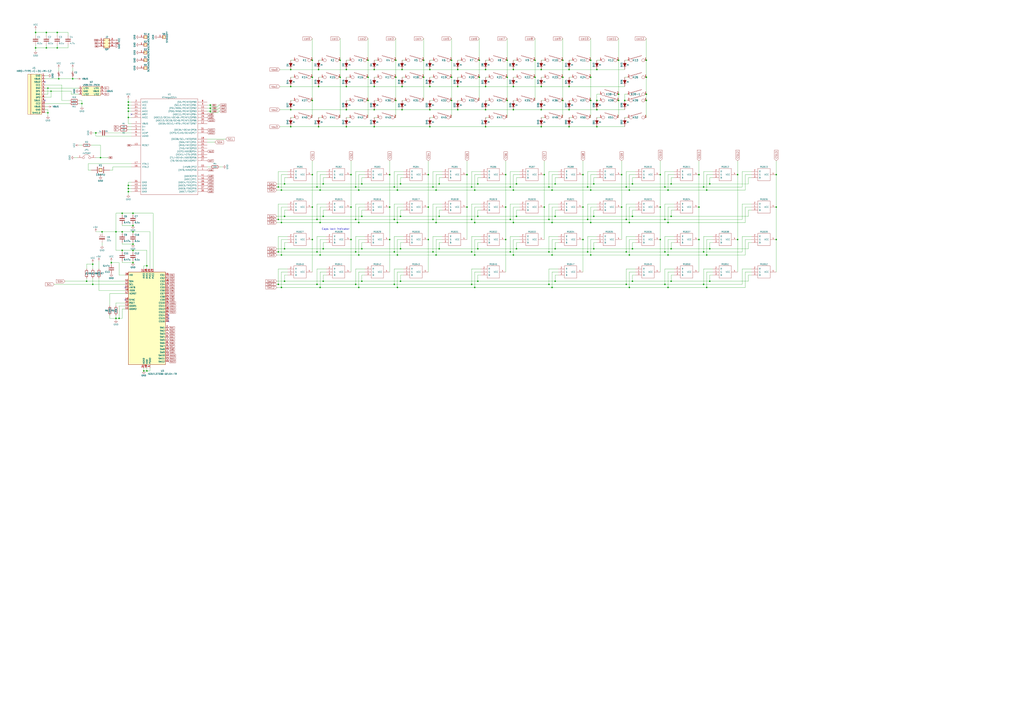
<source format=kicad_sch>
(kicad_sch (version 20211123) (generator eeschema)
  (paper "A1")
  (junction (at 347.98 49.53) (diameter 1.016))
  (junction (at 519.43 231.14) (diameter 1.016))
  (junction (at 487.68 151.13) (diameter 1.016))
  (junction (at 519.43 204.47) (diameter 1.016))
  (junction (at 453.39 236.22) (diameter 1.016))
  (junction (at 284.48 90.17) (diameter 1.016))
  (junction (at 415.29 196.85) (diameter 1.016))
  (junction (at 516.89 236.22) (diameter 1.016))
  (junction (at 284.48 57.15) (diameter 1.016))
  (junction (at 358.14 182.88) (diameter 1.016))
  (junction (at 325.12 63.5) (diameter 1.016))
  (junction (at 467.36 90.17) (diameter 1.016))
  (junction (at 78.74 109.22) (diameter 1.016))
  (junction (at 97.79 261.62) (diameter 1.016))
  (junction (at 419.1 180.34) (diameter 1.016))
  (junction (at 453.39 209.55) (diameter 1.016))
  (junction (at 392.43 177.8) (diameter 1.016))
  (junction (at 260.35 207.01) (diameter 1.016))
  (junction (at 46.99 39.37) (diameter 1.016))
  (junction (at 260.35 153.67) (diameter 1.016))
  (junction (at 375.92 90.17) (diameter 1.016))
  (junction (at 421.64 156.21) (diameter 1.016))
  (junction (at 419.1 153.67) (diameter 1.016))
  (junction (at 109.22 205.74) (diameter 1.016))
  (junction (at 389.89 156.21) (diameter 1.016))
  (junction (at 548.64 182.88) (diameter 1.016))
  (junction (at 514.35 233.68) (diameter 1.016))
  (junction (at 59.69 64.77) (diameter 1.016))
  (junction (at 485.14 156.21) (diameter 1.016))
  (junction (at 228.6 180.34) (diameter 1.016))
  (junction (at 580.39 236.22) (diameter 1.016))
  (junction (at 265.43 231.14) (diameter 1.016))
  (junction (at 375.92 71.12) (diameter 1.016))
  (junction (at 387.35 233.68) (diameter 1.016))
  (junction (at 421.64 182.88) (diameter 1.016))
  (junction (at 105.41 86.36) (diameter 1.016))
  (junction (at 393.7 63.5) (diameter 1.016))
  (junction (at 485.14 82.55) (diameter 1.016))
  (junction (at 233.68 204.47) (diameter 1.016))
  (junction (at 307.34 90.17) (diameter 1.016))
  (junction (at 530.86 49.53) (diameter 1.016))
  (junction (at 439.42 63.5) (diameter 1.016))
  (junction (at 294.64 236.22) (diameter 1.016))
  (junction (at 302.26 63.5) (diameter 1.016))
  (junction (at 38.1 26.67) (diameter 1.016))
  (junction (at 637.54 196.85) (diameter 1.016))
  (junction (at 41.91 74.93))
  (junction (at 355.6 180.34) (diameter 1.016))
  (junction (at 292.1 153.67) (diameter 1.016))
  (junction (at 462.28 63.5) (diameter 1.016))
  (junction (at 238.76 90.17) (diameter 1.016))
  (junction (at 325.12 82.55) (diameter 1.016))
  (junction (at 514.35 153.67) (diameter 1.016))
  (junction (at 260.35 233.68) (diameter 1.016))
  (junction (at 256.54 82.55) (diameter 1.016))
  (junction (at 71.12 231.14) (diameter 1.016))
  (junction (at 302.26 49.53) (diameter 1.016))
  (junction (at 351.79 143.51) (diameter 1.016))
  (junction (at 265.43 204.47) (diameter 1.016))
  (junction (at 265.43 151.13) (diameter 1.016))
  (junction (at 389.89 182.88) (diameter 1.016))
  (junction (at 100.33 190.5) (diameter 1.016))
  (junction (at 455.93 177.8) (diameter 1.016))
  (junction (at 450.85 180.34) (diameter 1.016))
  (junction (at 172.72 86.36) (diameter 1.016))
  (junction (at 450.85 233.68) (diameter 1.016))
  (junction (at 330.2 71.12) (diameter 1.016))
  (junction (at 256.54 196.85) (diameter 1.016))
  (junction (at 487.68 204.47) (diameter 1.016))
  (junction (at 485.14 182.88) (diameter 1.016))
  (junction (at 105.41 96.52) (diameter 1.016))
  (junction (at 39.37 72.39))
  (junction (at 551.18 231.14) (diameter 1.016))
  (junction (at 256.54 63.5) (diameter 1.016))
  (junction (at 297.18 204.47) (diameter 1.016))
  (junction (at 416.56 82.55) (diameter 1.016))
  (junction (at 516.89 209.55) (diameter 1.016))
  (junction (at 105.41 91.44) (diameter 1.016))
  (junction (at 279.4 49.53) (diameter 1.016))
  (junction (at 76.2 233.68) (diameter 1.016))
  (junction (at 546.1 180.34) (diameter 1.016))
  (junction (at 546.1 233.68) (diameter 1.016))
  (junction (at 392.43 231.14) (diameter 1.016))
  (junction (at 421.64 209.55) (diameter 1.016))
  (junction (at 530.86 77.47) (diameter 1.016))
  (junction (at 546.1 153.67) (diameter 1.016))
  (junction (at 580.39 156.21) (diameter 1.016))
  (junction (at 325.12 49.53) (diameter 1.016))
  (junction (at 485.14 63.5) (diameter 1.016))
  (junction (at 326.39 156.21) (diameter 1.016))
  (junction (at 302.26 82.55) (diameter 1.016))
  (junction (at 307.34 104.14) (diameter 1.016))
  (junction (at 288.29 143.51) (diameter 1.016))
  (junction (at 307.34 57.15) (diameter 1.016))
  (junction (at 320.04 196.85) (diameter 1.016))
  (junction (at 323.85 180.34) (diameter 1.016))
  (junction (at 120.65 304.8) (diameter 1.016))
  (junction (at 256.54 143.51) (diameter 1.016))
  (junction (at 292.1 233.68) (diameter 1.016))
  (junction (at 375.92 57.15) (diameter 1.016))
  (junction (at 353.06 71.12) (diameter 1.016))
  (junction (at 530.86 82.55) (diameter 1.016))
  (junction (at 490.22 90.17) (diameter 1.016))
  (junction (at 91.44 215.9) (diameter 1.016))
  (junction (at 105.41 88.9) (diameter 1.016))
  (junction (at 109.22 175.26) (diameter 1.016))
  (junction (at 297.18 177.8) (diameter 1.016))
  (junction (at 29.21 26.67) (diameter 1.016))
  (junction (at 83.82 190.5) (diameter 1.016))
  (junction (at 118.11 304.8) (diameter 1.016))
  (junction (at 508 49.53) (diameter 1.016))
  (junction (at 323.85 233.68) (diameter 1.016))
  (junction (at 67.31 85.09))
  (junction (at 39.37 92.71))
  (junction (at 392.43 204.47) (diameter 1.016))
  (junction (at 582.93 204.47) (diameter 1.016))
  (junction (at 355.6 153.67) (diameter 1.016))
  (junction (at 360.68 204.47) (diameter 1.016))
  (junction (at 478.79 196.85) (diameter 1.016))
  (junction (at 297.18 151.13) (diameter 1.016))
  (junction (at 482.6 153.67) (diameter 1.016))
  (junction (at 467.36 57.15) (diameter 1.016))
  (junction (at 256.54 49.53) (diameter 1.016))
  (junction (at 398.78 57.15) (diameter 1.016))
  (junction (at 487.68 177.8) (diameter 1.016))
  (junction (at 351.79 196.85) (diameter 1.016))
  (junction (at 467.36 104.14) (diameter 1.016))
  (junction (at 514.35 207.01) (diameter 1.016))
  (junction (at 292.1 207.01) (diameter 1.016))
  (junction (at 424.18 204.47) (diameter 1.016))
  (junction (at 516.89 156.21) (diameter 1.016))
  (junction (at 398.78 90.17) (diameter 1.016))
  (junction (at 233.68 177.8) (diameter 1.016))
  (junction (at 353.06 57.15) (diameter 1.016))
  (junction (at 284.48 104.14) (diameter 1.016))
  (junction (at 387.35 180.34) (diameter 1.016))
  (junction (at 233.68 231.14) (diameter 1.016))
  (junction (at 109.22 185.42) (diameter 1.016))
  (junction (at 109.22 200.66) (diameter 1.016))
  (junction (at 105.41 154.94) (diameter 1.016))
  (junction (at 228.6 207.01) (diameter 1.016))
  (junction (at 421.64 57.15) (diameter 1.016))
  (junction (at 294.64 182.88) (diameter 1.016))
  (junction (at 231.14 156.21) (diameter 1.016))
  (junction (at 76.2 217.17) (diameter 1.016))
  (junction (at 453.39 156.21) (diameter 1.016))
  (junction (at 100.33 175.26) (diameter 1.016))
  (junction (at 330.2 57.15) (diameter 1.016))
  (junction (at 447.04 143.51) (diameter 1.016))
  (junction (at 444.5 90.17) (diameter 1.016))
  (junction (at 288.29 170.18) (diameter 1.016))
  (junction (at 326.39 209.55) (diameter 1.016))
  (junction (at 265.43 177.8) (diameter 1.016))
  (junction (at 389.89 209.55) (diameter 1.016))
  (junction (at 238.76 104.14) (diameter 1.016))
  (junction (at 29.21 39.37) (diameter 1.016))
  (junction (at 485.14 49.53) (diameter 1.016))
  (junction (at 516.89 182.88) (diameter 1.016))
  (junction (at 577.85 153.67) (diameter 1.016))
  (junction (at 482.6 207.01) (diameter 1.016))
  (junction (at 574.04 143.51) (diameter 1.016))
  (junction (at 542.29 196.85) (diameter 1.016))
  (junction (at 238.76 71.12) (diameter 1.016))
  (junction (at 330.2 90.17) (diameter 1.016))
  (junction (at 323.85 153.67) (diameter 1.016))
  (junction (at 284.48 71.12) (diameter 1.016))
  (junction (at 360.68 151.13) (diameter 1.016))
  (junction (at 582.93 231.14) (diameter 1.016))
  (junction (at 551.18 177.8) (diameter 1.016))
  (junction (at 105.41 157.48) (diameter 1.016))
  (junction (at 82.55 129.54) (diameter 1.016))
  (junction (at 548.64 209.55) (diameter 1.016))
  (junction (at 383.54 143.51) (diameter 1.016))
  (junction (at 478.79 143.51) (diameter 1.016))
  (junction (at 577.85 233.68) (diameter 1.016))
  (junction (at 172.72 91.44) (diameter 1.016))
  (junction (at 513.08 82.55) (diameter 1.016))
  (junction (at 326.39 182.88) (diameter 1.016))
  (junction (at 439.42 49.53) (diameter 1.016))
  (junction (at 95.25 261.62) (diameter 1.016))
  (junction (at 551.18 204.47) (diameter 1.016))
  (junction (at 355.6 207.01) (diameter 1.016))
  (junction (at 320.04 143.51) (diameter 1.016))
  (junction (at 294.64 209.55) (diameter 1.016))
  (junction (at 370.84 82.55) (diameter 1.016))
  (junction (at 288.29 196.85) (diameter 1.016))
  (junction (at 231.14 236.22) (diameter 1.016))
  (junction (at 358.14 156.21) (diameter 1.016))
  (junction (at 447.04 170.18) (diameter 1.016))
  (junction (at 109.22 190.5) (diameter 1.016))
  (junction (at 233.68 151.13) (diameter 1.016))
  (junction (at 542.29 170.18) (diameter 1.016))
  (junction (at 38.1 39.37) (diameter 1.016))
  (junction (at 462.28 49.53) (diameter 1.016))
  (junction (at 637.54 170.18) (diameter 1.016))
  (junction (at 510.54 143.51) (diameter 1.016))
  (junction (at 548.64 236.22) (diameter 1.016))
  (junction (at 260.35 180.34) (diameter 1.016))
  (junction (at 546.1 207.01) (diameter 1.016))
  (junction (at 326.39 236.22) (diameter 1.016))
  (junction (at 398.78 71.12) (diameter 1.016))
  (junction (at 424.18 151.13) (diameter 1.016))
  (junction (at 530.86 63.5) (diameter 1.016))
  (junction (at 360.68 177.8) (diameter 1.016))
  (junction (at 508 82.55) (diameter 1.016))
  (junction (at 353.06 104.14) (diameter 1.016))
  (junction (at 415.29 170.18) (diameter 1.016))
  (junction (at 416.56 63.5) (diameter 1.016))
  (junction (at 450.85 207.01) (diameter 1.016))
  (junction (at 519.43 177.8) (diameter 1.016))
  (junction (at 262.89 236.22) (diameter 1.016))
  (junction (at 262.89 209.55) (diameter 1.016))
  (junction (at 416.56 49.53) (diameter 1.016))
  (junction (at 172.72 88.9) (diameter 1.016))
  (junction (at 297.18 231.14) (diameter 1.016))
  (junction (at 490.22 57.15) (diameter 1.016))
  (junction (at 328.93 204.47) (diameter 1.016))
  (junction (at 292.1 180.34) (diameter 1.016))
  (junction (at 328.93 231.14) (diameter 1.016))
  (junction (at 637.54 143.51) (diameter 1.016))
  (junction (at 455.93 204.47) (diameter 1.016))
  (junction (at 120.65 218.44) (diameter 1.016))
  (junction (at 398.78 104.14) (diameter 1.016))
  (junction (at 455.93 231.14) (diameter 1.016))
  (junction (at 109.22 215.9) (diameter 1.016))
  (junction (at 519.43 151.13) (diameter 1.016))
  (junction (at 551.18 151.13) (diameter 1.016))
  (junction (at 262.89 156.21) (diameter 1.016))
  (junction (at 95.25 190.5) (diameter 1.016))
  (junction (at 424.18 177.8) (diameter 1.016))
  (junction (at 279.4 63.5) (diameter 1.016))
  (junction (at 307.34 71.12) (diameter 1.016))
  (junction (at 548.64 156.21) (diameter 1.016))
  (junction (at 605.79 143.51) (diameter 1.016))
  (junction (at 347.98 63.5) (diameter 1.016))
  (junction (at 261.62 71.12) (diameter 1.016))
  (junction (at 582.93 151.13) (diameter 1.016))
  (junction (at 100.33 205.74) (diameter 1.016))
  (junction (at 261.62 57.15) (diameter 1.016))
  (junction (at 444.5 71.12) (diameter 1.016))
  (junction (at 421.64 90.17) (diameter 1.016))
  (junction (at 323.85 207.01) (diameter 1.016))
  (junction (at 261.62 104.14) (diameter 1.016))
  (junction (at 482.6 180.34) (diameter 1.016))
  (junction (at 238.76 57.15) (diameter 1.016))
  (junction (at 508 77.47) (diameter 1.016))
  (junction (at 231.14 209.55) (diameter 1.016))
  (junction (at 455.93 151.13) (diameter 1.016))
  (junction (at 358.14 209.55) (diameter 1.016))
  (junction (at 419.1 207.01) (diameter 1.016))
  (junction (at 231.14 182.88) (diameter 1.016))
  (junction (at 444.5 104.14) (diameter 1.016))
  (junction (at 453.39 182.88) (diameter 1.016))
  (junction (at 320.04 170.18) (diameter 1.016))
  (junction (at 228.6 153.67) (diameter 1.016))
  (junction (at 48.26 64.77) (diameter 1.016))
  (junction (at 370.84 49.53) (diameter 1.016))
  (junction (at 383.54 170.18) (diameter 1.016))
  (junction (at 387.35 153.67) (diameter 1.016))
  (junction (at 393.7 49.53) (diameter 1.016))
  (junction (at 353.06 90.17) (diameter 1.016))
  (junction (at 490.22 104.14) (diameter 1.016))
  (junction (at 228.6 233.68) (diameter 1.016))
  (junction (at 387.35 207.01) (diameter 1.016))
  (junction (at 542.29 143.51) (diameter 1.016))
  (junction (at 421.64 71.12) (diameter 1.016))
  (junction (at 510.54 170.18) (diameter 1.016))
  (junction (at 580.39 209.55) (diameter 1.016))
  (junction (at 351.79 170.18) (diameter 1.016))
  (junction (at 478.79 170.18) (diameter 1.016))
  (junction (at 262.89 182.88) (diameter 1.016))
  (junction (at 294.64 156.21) (diameter 1.016))
  (junction (at 105.41 83.82) (diameter 1.016))
  (junction (at 328.93 151.13) (diameter 1.016))
  (junction (at 389.89 236.22) (diameter 1.016))
  (junction (at 574.04 170.18) (diameter 1.016))
  (junction (at 46.99 26.67) (diameter 1.016))
  (junction (at 328.93 177.8) (diameter 1.016))
  (junction (at 105.41 152.4) (diameter 1.016))
  (junction (at 467.36 71.12) (diameter 1.016))
  (junction (at 392.43 151.13) (diameter 1.016))
  (junction (at 415.29 143.51) (diameter 1.016))
  (junction (at 462.28 82.55) (diameter 1.016))
  (junction (at 450.85 153.67) (diameter 1.016))
  (junction (at 370.84 63.5) (diameter 1.016))
  (junction (at 490.22 82.55) (diameter 1.016))
  (junction (at 577.85 207.01) (diameter 1.016))
  (junction (at 605.79 196.85) (diameter 1.016))
  (junction (at 485.14 209.55) (diameter 1.016))
  (junction (at 514.35 180.34) (diameter 1.016))
  (junction (at 574.04 196.85) (diameter 1.016))
  (junction (at 256.54 170.18) (diameter 1.016))
  (junction (at 444.5 57.15) (diameter 1.016))
  (no_connect (at 138.43 259.08))
  (no_connect (at 138.43 261.62))
  (no_connect (at 138.43 264.16))
  (no_connect (at 102.87 236.22))
  (no_connect (at 107.95 93.98))
  (no_connect (at 102.87 246.38))
  (no_connect (at 36.83 67.31))
  (no_connect (at 36.83 82.55))
  (wire (pts (xy 292.1 194.31) (xy 292.1 207.01)))
  (wire (pts (xy 580.39 196.85) (xy 580.39 209.55)))
  (wire (pts (xy 351.79 132.08) (xy 351.79 143.51)))
  (wire (pts (xy 95.25 175.26) (xy 95.25 190.5)))
  (wire (pts (xy 95.25 175.26) (xy 100.33 175.26)))
  (wire (pts (xy 262.89 223.52) (xy 262.89 236.22)))
  (wire (pts (xy 267.97 223.52) (xy 262.89 223.52)))
  (wire (pts (xy 170.18 116.84) (xy 176.53 116.84)))
  (wire (pts (xy 265.43 151.13) (xy 297.18 151.13)))
  (wire (pts (xy 421.64 170.18) (xy 421.64 182.88)))
  (wire (pts (xy 29.21 36.83) (xy 29.21 39.37)))
  (wire (pts (xy 46.99 39.37) (xy 46.99 36.83)))
  (wire (pts (xy 389.89 170.18) (xy 389.89 182.88)))
  (wire (pts (xy 482.6 167.64) (xy 482.6 180.34)))
  (wire (pts (xy 105.41 149.86) (xy 107.95 149.86)))
  (wire (pts (xy 105.41 152.4) (xy 105.41 149.86)))
  (wire (pts (xy 105.41 154.94) (xy 105.41 152.4)))
  (wire (pts (xy 105.41 157.48) (xy 105.41 154.94)))
  (wire (pts (xy 105.41 160.02) (xy 105.41 157.48)))
  (wire (pts (xy 455.93 172.72) (xy 455.93 177.8)))
  (wire (pts (xy 508 49.53) (xy 508 77.47)))
  (wire (pts (xy 508 77.47) (xy 508 82.55)))
  (wire (pts (xy 36.83 72.39) (xy 39.37 72.39)))
  (wire (pts (xy 553.72 223.52) (xy 548.64 223.52)))
  (wire (pts (xy 637.54 170.18) (xy 637.54 196.85)))
  (wire (pts (xy 424.18 177.8) (xy 455.93 177.8)))
  (wire (pts (xy 233.68 204.47) (xy 227.33 204.47)))
  (wire (pts (xy 265.43 146.05) (xy 265.43 151.13)))
  (wire (pts (xy 231.14 236.22) (xy 262.89 236.22)))
  (wire (pts (xy 228.6 233.68) (xy 227.33 233.68)))
  (wire (pts (xy 516.89 182.88) (xy 548.64 182.88)))
  (wire (pts (xy 419.1 153.67) (xy 450.85 153.67)))
  (wire (pts (xy 394.97 167.64) (xy 387.35 167.64)))
  (wire (pts (xy 297.18 172.72) (xy 297.18 177.8)))
  (wire (pts (xy 83.82 199.39) (xy 83.82 201.93)))
  (wire (pts (xy 41.91 74.93) (xy 58.42 74.93)))
  (wire (pts (xy 38.1 26.67) (xy 46.99 26.67)))
  (wire (pts (xy 262.89 196.85) (xy 262.89 209.55)))
  (wire (pts (xy 462.28 31.75) (xy 462.28 49.53)))
  (wire (pts (xy 585.47 196.85) (xy 580.39 196.85)))
  (wire (pts (xy 323.85 180.34) (xy 355.6 180.34)))
  (wire (pts (xy 450.85 180.34) (xy 482.6 180.34)))
  (wire (pts (xy 355.6 180.34) (xy 387.35 180.34)))
  (wire (pts (xy 548.64 209.55) (xy 580.39 209.55)))
  (wire (pts (xy 416.56 31.75) (xy 416.56 49.53)))
  (wire (pts (xy 299.72 172.72) (xy 297.18 172.72)))
  (wire (pts (xy 238.76 82.55) (xy 241.3 82.55)))
  (wire (pts (xy 387.35 140.97) (xy 387.35 153.67)))
  (wire (pts (xy 415.29 132.08) (xy 415.29 143.51)))
  (wire (pts (xy 490.22 172.72) (xy 487.68 172.72)))
  (wire (pts (xy 358.14 196.85) (xy 358.14 209.55)))
  (wire (pts (xy 91.44 215.9) (xy 97.79 215.9)))
  (wire (pts (xy 97.79 215.9) (xy 97.79 226.06)))
  (wire (pts (xy 97.79 226.06) (xy 102.87 226.06)))
  (wire (pts (xy 326.39 182.88) (xy 358.14 182.88)))
  (wire (pts (xy 513.08 63.5) (xy 515.62 63.5)))
  (wire (pts (xy 551.18 204.47) (xy 582.93 204.47)))
  (wire (pts (xy 516.89 236.22) (xy 548.64 236.22)))
  (wire (pts (xy 387.35 233.68) (xy 450.85 233.68)))
  (wire (pts (xy 105.41 154.94) (xy 107.95 154.94)))
  (wire (pts (xy 508 82.55) (xy 508 96.52)))
  (wire (pts (xy 292.1 153.67) (xy 323.85 153.67)))
  (wire (pts (xy 421.64 82.55) (xy 424.18 82.55)))
  (wire (pts (xy 548.64 223.52) (xy 548.64 236.22)))
  (wire (pts (xy 231.14 209.55) (xy 227.33 209.55)))
  (wire (pts (xy 553.72 170.18) (xy 548.64 170.18)))
  (wire (pts (xy 458.47 199.39) (xy 455.93 199.39)))
  (wire (pts (xy 294.64 182.88) (xy 326.39 182.88)))
  (wire (pts (xy 508 31.75) (xy 508 49.53)))
  (wire (pts (xy 548.64 143.51) (xy 548.64 156.21)))
  (wire (pts (xy 284.48 82.55) (xy 287.02 82.55)))
  (wire (pts (xy 387.35 167.64) (xy 387.35 180.34)))
  (wire (pts (xy 394.97 223.52) (xy 389.89 223.52)))
  (wire (pts (xy 392.43 204.47) (xy 424.18 204.47)))
  (wire (pts (xy 326.39 170.18) (xy 326.39 182.88)))
  (wire (pts (xy 553.72 196.85) (xy 548.64 196.85)))
  (wire (pts (xy 236.22 143.51) (xy 231.14 143.51)))
  (wire (pts (xy 328.93 151.13) (xy 360.68 151.13)))
  (wire (pts (xy 514.35 153.67) (xy 546.1 153.67)))
  (wire (pts (xy 331.47 194.31) (xy 323.85 194.31)))
  (wire (pts (xy 383.54 132.08) (xy 383.54 143.51)))
  (wire (pts (xy 231.14 143.51) (xy 231.14 156.21)))
  (wire (pts (xy 231.14 156.21) (xy 227.33 156.21)))
  (wire (pts (xy 353.06 82.55) (xy 355.6 82.55)))
  (wire (pts (xy 421.64 63.5) (xy 424.18 63.5)))
  (wire (pts (xy 585.47 220.98) (xy 577.85 220.98)))
  (wire (pts (xy 331.47 167.64) (xy 323.85 167.64)))
  (wire (pts (xy 297.18 199.39) (xy 297.18 204.47)))
  (wire (pts (xy 424.18 146.05) (xy 424.18 151.13)))
  (wire (pts (xy 444.5 49.53) (xy 447.04 49.53)))
  (wire (pts (xy 394.97 226.06) (xy 392.43 226.06)))
  (wire (pts (xy 637.54 143.51) (xy 637.54 170.18)))
  (wire (pts (xy 262.89 156.21) (xy 294.64 156.21)))
  (wire (pts (xy 551.18 151.13) (xy 582.93 151.13)))
  (wire (pts (xy 574.04 170.18) (xy 574.04 196.85)))
  (wire (pts (xy 387.35 153.67) (xy 419.1 153.67)))
  (wire (pts (xy 299.72 220.98) (xy 292.1 220.98)))
  (wire (pts (xy 109.22 175.26) (xy 125.73 175.26)))
  (wire (pts (xy 331.47 170.18) (xy 326.39 170.18)))
  (wire (pts (xy 107.95 137.16) (xy 92.71 137.16)))
  (wire (pts (xy 355.6 194.31) (xy 355.6 207.01)))
  (wire (pts (xy 256.54 170.18) (xy 256.54 196.85)))
  (wire (pts (xy 469.9 96.52) (xy 467.36 96.52)))
  (wire (pts (xy 330.2 82.55) (xy 332.74 82.55)))
  (wire (pts (xy 453.39 236.22) (xy 516.89 236.22)))
  (wire (pts (xy 551.18 172.72) (xy 551.18 177.8)))
  (wire (pts (xy 490.22 194.31) (xy 482.6 194.31)))
  (wire (pts (xy 71.12 228.6) (xy 71.12 231.14)))
  (wire (pts (xy 279.4 31.75) (xy 279.4 49.53)))
  (wire (pts (xy 530.86 49.53) (xy 530.86 63.5)))
  (wire (pts (xy 530.86 82.55) (xy 530.86 96.52)))
  (wire (pts (xy 519.43 226.06) (xy 519.43 231.14)))
  (wire (pts (xy 447.04 170.18) (xy 447.04 196.85)))
  (wire (pts (xy 580.39 143.51) (xy 580.39 156.21)))
  (wire (pts (xy 363.22 167.64) (xy 355.6 167.64)))
  (wire (pts (xy 490.22 96.52) (xy 492.76 96.52)))
  (wire (pts (xy 419.1 194.31) (xy 419.1 207.01)))
  (wire (pts (xy 107.95 86.36) (xy 105.41 86.36)))
  (wire (pts (xy 398.78 82.55) (xy 401.32 82.55)))
  (wire (pts (xy 514.35 180.34) (xy 546.1 180.34)))
  (wire (pts (xy 458.47 226.06) (xy 455.93 226.06)))
  (wire (pts (xy 617.22 172.72) (xy 614.68 172.72)))
  (wire (pts (xy 265.43 226.06) (xy 265.43 231.14)))
  (wire (pts (xy 453.39 182.88) (xy 485.14 182.88)))
  (wire (pts (xy 360.68 172.72) (xy 360.68 177.8)))
  (wire (pts (xy 288.29 170.18) (xy 288.29 196.85)))
  (wire (pts (xy 288.29 196.85) (xy 288.29 223.52)))
  (wire (pts (xy 326.39 143.51) (xy 326.39 156.21)))
  (wire (pts (xy 299.72 194.31) (xy 292.1 194.31)))
  (wire (pts (xy 36.83 87.63) (xy 39.37 87.63)))
  (wire (pts (xy 580.39 236.22) (xy 612.14 236.22)))
  (wire (pts (xy 510.54 132.08) (xy 510.54 143.51)))
  (wire (pts (xy 426.72 140.97) (xy 419.1 140.97)))
  (wire (pts (xy 521.97 199.39) (xy 519.43 199.39)))
  (wire (pts (xy 617.22 220.98) (xy 609.6 220.98)))
  (wire (pts (xy 450.85 233.68) (xy 514.35 233.68)))
  (wire (pts (xy 105.41 96.52) (xy 105.41 101.6)))
  (wire (pts (xy 105.41 101.6) (xy 107.95 101.6)))
  (wire (pts (xy 467.36 63.5) (xy 469.9 63.5)))
  (wire (pts (xy 392.43 199.39) (xy 392.43 204.47)))
  (wire (pts (xy 228.6 194.31) (xy 228.6 207.01)))
  (wire (pts (xy 92.71 137.16) (xy 92.71 139.7)))
  (wire (pts (xy 297.18 151.13) (xy 328.93 151.13)))
  (wire (pts (xy 394.97 143.51) (xy 389.89 143.51)))
  (wire (pts (xy 267.97 167.64) (xy 260.35 167.64)))
  (wire (pts (xy 229.87 71.12) (xy 238.76 71.12)))
  (wire (pts (xy 238.76 71.12) (xy 261.62 71.12)))
  (wire (pts (xy 261.62 71.12) (xy 284.48 71.12)))
  (wire (pts (xy 284.48 71.12) (xy 307.34 71.12)))
  (wire (pts (xy 307.34 71.12) (xy 330.2 71.12)))
  (wire (pts (xy 330.2 71.12) (xy 353.06 71.12)))
  (wire (pts (xy 353.06 71.12) (xy 375.92 71.12)))
  (wire (pts (xy 375.92 71.12) (xy 398.78 71.12)))
  (wire (pts (xy 398.78 71.12) (xy 421.64 71.12)))
  (wire (pts (xy 421.64 71.12) (xy 444.5 71.12)))
  (wire (pts (xy 444.5 71.12) (xy 467.36 71.12)))
  (wire (pts (xy 467.36 71.12) (xy 513.08 71.12)))
  (wire (pts (xy 299.72 223.52) (xy 294.64 223.52)))
  (wire (pts (xy 36.83 80.01) (xy 41.91 80.01)))
  (wire (pts (xy 419.1 140.97) (xy 419.1 153.67)))
  (wire (pts (xy 39.37 77.47) (xy 39.37 72.39)))
  (wire (pts (xy 267.97 196.85) (xy 262.89 196.85)))
  (wire (pts (xy 41.91 80.01) (xy 41.91 74.93)))
  (wire (pts (xy 542.29 132.08) (xy 542.29 143.51)))
  (wire (pts (xy 614.68 146.05) (xy 614.68 151.13)))
  (wire (pts (xy 444.5 63.5) (xy 447.04 63.5)))
  (wire (pts (xy 38.1 39.37) (xy 46.99 39.37)))
  (wire (pts (xy 389.89 182.88) (xy 421.64 182.88)))
  (wire (pts (xy 294.64 223.52) (xy 294.64 236.22)))
  (wire (pts (xy 612.14 196.85) (xy 612.14 209.55)))
  (wire (pts (xy 36.83 69.85) (xy 50.8 69.85)))
  (wire (pts (xy 100.33 205.74) (xy 109.22 205.74)))
  (wire (pts (xy 100.33 207.01) (xy 100.33 205.74)))
  (wire (pts (xy 109.22 205.74) (xy 109.22 207.01)))
  (wire (pts (xy 107.95 83.82) (xy 105.41 83.82)))
  (wire (pts (xy 617.22 140.97) (xy 609.6 140.97)))
  (wire (pts (xy 490.22 167.64) (xy 482.6 167.64)))
  (wire (pts (xy 582.93 204.47) (xy 614.68 204.47)))
  (wire (pts (xy 233.68 204.47) (xy 265.43 204.47)))
  (wire (pts (xy 265.43 204.47) (xy 297.18 204.47)))
  (wire (pts (xy 458.47 196.85) (xy 453.39 196.85)))
  (wire (pts (xy 426.72 194.31) (xy 419.1 194.31)))
  (wire (pts (xy 392.43 172.72) (xy 392.43 177.8)))
  (wire (pts (xy 612.14 170.18) (xy 612.14 182.88)))
  (wire (pts (xy 514.35 220.98) (xy 514.35 233.68)))
  (wire (pts (xy 415.29 143.51) (xy 415.29 170.18)))
  (wire (pts (xy 297.18 177.8) (xy 328.93 177.8)))
  (wire (pts (xy 39.37 92.71) (xy 39.37 95.25)))
  (wire (pts (xy 398.78 49.53) (xy 401.32 49.53)))
  (wire (pts (xy 331.47 199.39) (xy 328.93 199.39)))
  (wire (pts (xy 394.97 170.18) (xy 389.89 170.18)))
  (wire (pts (xy 267.97 220.98) (xy 260.35 220.98)))
  (wire (pts (xy 585.47 226.06) (xy 582.93 226.06)))
  (wire (pts (xy 320.04 196.85) (xy 320.04 223.52)))
  (wire (pts (xy 260.35 180.34) (xy 292.1 180.34)))
  (wire (pts (xy 331.47 146.05) (xy 328.93 146.05)))
  (wire (pts (xy 231.14 209.55) (xy 262.89 209.55)))
  (wire (pts (xy 262.89 209.55) (xy 294.64 209.55)))
  (wire (pts (xy 551.18 177.8) (xy 614.68 177.8)))
  (wire (pts (xy 355.6 140.97) (xy 355.6 153.67)))
  (wire (pts (xy 426.72 199.39) (xy 424.18 199.39)))
  (wire (pts (xy 170.18 86.36) (xy 172.72 86.36)))
  (wire (pts (xy 172.72 86.36) (xy 173.99 86.36)))
  (wire (pts (xy 331.47 172.72) (xy 328.93 172.72)))
  (wire (pts (xy 328.93 226.06) (xy 328.93 231.14)))
  (wire (pts (xy 485.14 49.53) (xy 485.14 63.5)))
  (wire (pts (xy 485.14 63.5) (xy 485.14 82.55)))
  (wire (pts (xy 485.14 82.55) (xy 485.14 96.52)))
  (wire (pts (xy 516.89 223.52) (xy 516.89 236.22)))
  (wire (pts (xy 90.17 241.3) (xy 102.87 241.3)))
  (wire (pts (xy 90.17 251.46) (xy 90.17 241.3)))
  (wire (pts (xy 637.54 196.85) (xy 637.54 223.52)))
  (wire (pts (xy 267.97 170.18) (xy 262.89 170.18)))
  (wire (pts (xy 485.14 143.51) (xy 485.14 156.21)))
  (wire (pts (xy 582.93 146.05) (xy 582.93 151.13)))
  (wire (pts (xy 553.72 172.72) (xy 551.18 172.72)))
  (wire (pts (xy 264.16 96.52) (xy 261.62 96.52)))
  (wire (pts (xy 355.6 49.53) (xy 353.06 49.53)))
  (wire (pts (xy 453.39 196.85) (xy 453.39 209.55)))
  (wire (pts (xy 455.93 146.05) (xy 455.93 151.13)))
  (wire (pts (xy 363.22 172.72) (xy 360.68 172.72)))
  (wire (pts (xy 118.11 218.44) (xy 120.65 218.44)))
  (wire (pts (xy 118.11 220.98) (xy 118.11 218.44)))
  (wire (pts (xy 394.97 196.85) (xy 389.89 196.85)))
  (wire (pts (xy 363.22 199.39) (xy 360.68 199.39)))
  (wire (pts (xy 389.89 209.55) (xy 421.64 209.55)))
  (wire (pts (xy 256.54 196.85) (xy 256.54 223.52)))
  (wire (pts (xy 355.6 153.67) (xy 387.35 153.67)))
  (wire (pts (xy 292.1 220.98) (xy 292.1 233.68)))
  (wire (pts (xy 170.18 114.3) (xy 185.42 114.3)))
  (wire (pts (xy 284.48 49.53) (xy 287.02 49.53)))
  (wire (pts (xy 302.26 31.75) (xy 302.26 49.53)))
  (wire (pts (xy 236.22 170.18) (xy 231.14 170.18)))
  (wire (pts (xy 521.97 140.97) (xy 514.35 140.97)))
  (wire (pts (xy 485.14 170.18) (xy 485.14 182.88)))
  (wire (pts (xy 105.41 152.4) (xy 107.95 152.4)))
  (wire (pts (xy 331.47 143.51) (xy 326.39 143.51)))
  (wire (pts (xy 292.1 207.01) (xy 323.85 207.01)))
  (wire (pts (xy 328.93 177.8) (xy 360.68 177.8)))
  (wire (pts (xy 580.39 223.52) (xy 580.39 236.22)))
  (wire (pts (xy 233.68 151.13) (xy 265.43 151.13)))
  (wire (pts (xy 516.89 170.18) (xy 516.89 182.88)))
  (wire (pts (xy 577.85 233.68) (xy 609.6 233.68)))
  (wire (pts (xy 288.29 132.08) (xy 288.29 143.51)))
  (wire (pts (xy 331.47 220.98) (xy 323.85 220.98)))
  (wire (pts (xy 64.77 119.38) (xy 67.31 119.38)))
  (wire (pts (xy 514.35 233.68) (xy 546.1 233.68)))
  (wire (pts (xy 63.5 129.54) (xy 60.96 129.54)))
  (wire (pts (xy 617.22 196.85) (xy 612.14 196.85)))
  (wire (pts (xy 580.39 156.21) (xy 612.14 156.21)))
  (wire (pts (xy 363.22 170.18) (xy 358.14 170.18)))
  (wire (pts (xy 95.25 248.92) (xy 95.25 251.46)))
  (wire (pts (xy 323.85 233.68) (xy 387.35 233.68)))
  (wire (pts (xy 487.68 177.8) (xy 519.43 177.8)))
  (wire (pts (xy 236.22 167.64) (xy 228.6 167.64)))
  (wire (pts (xy 120.65 304.8) (xy 123.19 304.8)))
  (wire (pts (xy 123.19 304.8) (xy 123.19 302.26)))
  (wire (pts (xy 450.85 153.67) (xy 482.6 153.67)))
  (wire (pts (xy 514.35 140.97) (xy 514.35 153.67)))
  (wire (pts (xy 297.18 226.06) (xy 297.18 231.14)))
  (wire (pts (xy 617.22 170.18) (xy 612.14 170.18)))
  (wire (pts (xy 233.68 199.39) (xy 233.68 204.47)))
  (wire (pts (xy 323.85 220.98) (xy 323.85 233.68)))
  (wire (pts (xy 553.72 199.39) (xy 551.18 199.39)))
  (wire (pts (xy 458.47 172.72) (xy 455.93 172.72)))
  (wire (pts (xy 393.7 63.5) (xy 393.7 82.55)))
  (wire (pts (xy 363.22 143.51) (xy 358.14 143.51)))
  (wire (pts (xy 546.1 167.64) (xy 546.1 180.34)))
  (wire (pts (xy 229.87 90.17) (xy 238.76 90.17)))
  (wire (pts (xy 238.76 90.17) (xy 284.48 90.17)))
  (wire (pts (xy 284.48 90.17) (xy 307.34 90.17)))
  (wire (pts (xy 307.34 90.17) (xy 330.2 90.17)))
  (wire (pts (xy 330.2 90.17) (xy 353.06 90.17)))
  (wire (pts (xy 353.06 90.17) (xy 375.92 90.17)))
  (wire (pts (xy 375.92 90.17) (xy 398.78 90.17)))
  (wire (pts (xy 398.78 90.17) (xy 421.64 90.17)))
  (wire (pts (xy 421.64 90.17) (xy 444.5 90.17)))
  (wire (pts (xy 444.5 90.17) (xy 467.36 90.17)))
  (wire (pts (xy 467.36 90.17) (xy 490.22 90.17)))
  (wire (pts (xy 490.22 90.17) (xy 513.08 90.17)))
  (wire (pts (xy 228.6 207.01) (xy 260.35 207.01)))
  (wire (pts (xy 260.35 207.01) (xy 292.1 207.01)))
  (wire (pts (xy 59.69 63.5) (xy 59.69 64.77)))
  (wire (pts (xy 515.62 49.53) (xy 513.08 49.53)))
  (wire (pts (xy 100.33 215.9) (xy 100.33 214.63)))
  (wire (pts (xy 109.22 214.63) (xy 109.22 215.9)))
  (wire (pts (xy 109.22 215.9) (xy 100.33 215.9)))
  (wire (pts (xy 519.43 177.8) (xy 551.18 177.8)))
  (wire (pts (xy 100.33 254) (xy 100.33 261.62)))
  (wire (pts (xy 102.87 254) (xy 100.33 254)))
  (wire (pts (xy 490.22 199.39) (xy 487.68 199.39)))
  (wire (pts (xy 299.72 146.05) (xy 297.18 146.05)))
  (wire (pts (xy 353.06 63.5) (xy 355.6 63.5)))
  (wire (pts (xy 109.22 205.74) (xy 120.65 205.74)))
  (wire (pts (xy 120.65 205.74) (xy 120.65 218.44)))
  (wire (pts (xy 120.65 218.44) (xy 120.65 220.98)))
  (wire (pts (xy 81.28 228.6) (xy 81.28 238.76)))
  (wire (pts (xy 514.35 194.31) (xy 514.35 207.01)))
  (wire (pts (xy 389.89 236.22) (xy 453.39 236.22)))
  (wire (pts (xy 236.22 194.31) (xy 228.6 194.31)))
  (wire (pts (xy 294.64 156.21) (xy 326.39 156.21)))
  (wire (pts (xy 36.83 77.47) (xy 39.37 77.47)))
  (wire (pts (xy 485.14 31.75) (xy 485.14 49.53)))
  (wire (pts (xy 482.6 180.34) (xy 514.35 180.34)))
  (wire (pts (xy 299.72 196.85) (xy 294.64 196.85)))
  (wire (pts (xy 288.29 143.51) (xy 288.29 170.18)))
  (wire (pts (xy 490.22 143.51) (xy 485.14 143.51)))
  (wire (pts (xy 617.22 199.39) (xy 614.68 199.39)))
  (wire (pts (xy 363.22 146.05) (xy 360.68 146.05)))
  (wire (pts (xy 228.6 207.01) (xy 227.33 207.01)))
  (wire (pts (xy 582.93 226.06) (xy 582.93 231.14)))
  (wire (pts (xy 228.6 180.34) (xy 227.33 180.34)))
  (wire (pts (xy 236.22 196.85) (xy 231.14 196.85)))
  (wire (pts (xy 582.93 199.39) (xy 582.93 204.47)))
  (wire (pts (xy 292.1 180.34) (xy 323.85 180.34)))
  (wire (pts (xy 516.89 196.85) (xy 516.89 209.55)))
  (wire (pts (xy 453.39 223.52) (xy 453.39 236.22)))
  (wire (pts (xy 76.2 217.17) (xy 76.2 220.98)))
  (wire (pts (xy 421.64 196.85) (xy 421.64 209.55)))
  (wire (pts (xy 107.95 106.68) (xy 105.41 106.68)))
  (wire (pts (xy 265.43 177.8) (xy 297.18 177.8)))
  (wire (pts (xy 38.1 36.83) (xy 38.1 39.37)))
  (wire (pts (xy 439.42 63.5) (xy 439.42 82.55)))
  (wire (pts (xy 229.87 104.14) (xy 238.76 104.14)))
  (wire (pts (xy 238.76 104.14) (xy 261.62 104.14)))
  (wire (pts (xy 261.62 104.14) (xy 284.48 104.14)))
  (wire (pts (xy 284.48 104.14) (xy 307.34 104.14)))
  (wire (pts (xy 307.34 104.14) (xy 353.06 104.14)))
  (wire (pts (xy 353.06 104.14) (xy 398.78 104.14)))
  (wire (pts (xy 398.78 104.14) (xy 444.5 104.14)))
  (wire (pts (xy 444.5 104.14) (xy 467.36 104.14)))
  (wire (pts (xy 467.36 104.14) (xy 490.22 104.14)))
  (wire (pts (xy 490.22 104.14) (xy 513.08 104.14)))
  (wire (pts (xy 78.74 190.5) (xy 83.82 190.5)))
  (wire (pts (xy 100.33 175.26) (xy 109.22 175.26)))
  (wire (pts (xy 100.33 176.53) (xy 100.33 175.26)))
  (wire (pts (xy 109.22 175.26) (xy 109.22 176.53)))
  (wire (pts (xy 228.6 233.68) (xy 260.35 233.68)))
  (wire (pts (xy 519.43 204.47) (xy 551.18 204.47)))
  (wire (pts (xy 394.97 220.98) (xy 387.35 220.98)))
  (wire (pts (xy 614.68 199.39) (xy 614.68 204.47)))
  (wire (pts (xy 262.89 236.22) (xy 294.64 236.22)))
  (wire (pts (xy 458.47 146.05) (xy 455.93 146.05)))
  (wire (pts (xy 236.22 140.97) (xy 228.6 140.97)))
  (wire (pts (xy 326.39 156.21) (xy 358.14 156.21)))
  (wire (pts (xy 323.85 194.31) (xy 323.85 207.01)))
  (wire (pts (xy 279.4 63.5) (xy 279.4 96.52)))
  (wire (pts (xy 487.68 172.72) (xy 487.68 177.8)))
  (wire (pts (xy 292.1 233.68) (xy 323.85 233.68)))
  (wire (pts (xy 609.6 140.97) (xy 609.6 153.67)))
  (wire (pts (xy 574.04 143.51) (xy 574.04 170.18)))
  (wire (pts (xy 426.72 167.64) (xy 419.1 167.64)))
  (wire (pts (xy 36.83 90.17) (xy 39.37 90.17)))
  (wire (pts (xy 490.22 170.18) (xy 485.14 170.18)))
  (wire (pts (xy 637.54 132.08) (xy 637.54 143.51)))
  (wire (pts (xy 105.41 157.48) (xy 107.95 157.48)))
  (wire (pts (xy 236.22 226.06) (xy 233.68 226.06)))
  (wire (pts (xy 519.43 146.05) (xy 519.43 151.13)))
  (wire (pts (xy 36.83 62.23) (xy 39.37 62.23)))
  (wire (pts (xy 585.47 143.51) (xy 580.39 143.51)))
  (wire (pts (xy 514.35 167.64) (xy 514.35 180.34)))
  (wire (pts (xy 323.85 140.97) (xy 323.85 153.67)))
  (wire (pts (xy 90.17 139.7) (xy 92.71 139.7)))
  (wire (pts (xy 424.18 151.13) (xy 455.93 151.13)))
  (wire (pts (xy 231.14 156.21) (xy 262.89 156.21)))
  (wire (pts (xy 439.42 31.75) (xy 439.42 49.53)))
  (wire (pts (xy 59.69 55.88) (xy 59.69 58.42)))
  (wire (pts (xy 617.22 194.31) (xy 609.6 194.31)))
  (wire (pts (xy 458.47 220.98) (xy 450.85 220.98)))
  (wire (pts (xy 482.6 153.67) (xy 514.35 153.67)))
  (wire (pts (xy 76.2 215.9) (xy 76.2 217.17)))
  (wire (pts (xy 585.47 199.39) (xy 582.93 199.39)))
  (wire (pts (xy 515.62 96.52) (xy 513.08 96.52)))
  (wire (pts (xy 76.2 228.6) (xy 76.2 233.68)))
  (wire (pts (xy 455.93 226.06) (xy 455.93 231.14)))
  (wire (pts (xy 100.33 184.15) (xy 100.33 185.42)))
  (wire (pts (xy 100.33 185.42) (xy 109.22 185.42)))
  (wire (pts (xy 109.22 185.42) (xy 109.22 184.15)))
  (wire (pts (xy 72.39 134.62) (xy 107.95 134.62)))
  (wire (pts (xy 609.6 194.31) (xy 609.6 207.01)))
  (wire (pts (xy 36.83 85.09) (xy 57.15 85.09)))
  (wire (pts (xy 513.08 77.47) (xy 513.08 82.55)))
  (wire (pts (xy 515.62 77.47) (xy 513.08 77.47)))
  (wire (pts (xy 513.08 82.55) (xy 515.62 82.55)))
  (wire (pts (xy 231.14 236.22) (xy 227.33 236.22)))
  (wire (pts (xy 617.22 226.06) (xy 614.68 226.06)))
  (wire (pts (xy 519.43 231.14) (xy 551.18 231.14)))
  (wire (pts (xy 424.18 199.39) (xy 424.18 204.47)))
  (wire (pts (xy 387.35 207.01) (xy 419.1 207.01)))
  (wire (pts (xy 284.48 96.52) (xy 287.02 96.52)))
  (wire (pts (xy 256.54 49.53) (xy 256.54 63.5)))
  (wire (pts (xy 256.54 82.55) (xy 256.54 96.52)))
  (wire (pts (xy 492.76 49.53) (xy 490.22 49.53)))
  (wire (pts (xy 325.12 49.53) (xy 325.12 63.5)))
  (wire (pts (xy 325.12 63.5) (xy 325.12 82.55)))
  (wire (pts (xy 325.12 82.55) (xy 325.12 96.52)))
  (wire (pts (xy 392.43 177.8) (xy 424.18 177.8)))
  (wire (pts (xy 389.89 223.52) (xy 389.89 236.22)))
  (wire (pts (xy 262.89 182.88) (xy 294.64 182.88)))
  (wire (pts (xy 614.68 172.72) (xy 614.68 177.8)))
  (wire (pts (xy 299.72 199.39) (xy 297.18 199.39)))
  (wire (pts (xy 617.22 146.05) (xy 614.68 146.05)))
  (wire (pts (xy 299.72 143.51) (xy 294.64 143.51)))
  (wire (pts (xy 363.22 140.97) (xy 355.6 140.97)))
  (wire (pts (xy 236.22 199.39) (xy 233.68 199.39)))
  (wire (pts (xy 78.74 129.54) (xy 82.55 129.54)))
  (wire (pts (xy 585.47 146.05) (xy 582.93 146.05)))
  (wire (pts (xy 231.14 170.18) (xy 231.14 182.88)))
  (wire (pts (xy 375.92 63.5) (xy 378.46 63.5)))
  (wire (pts (xy 228.6 140.97) (xy 228.6 153.67)))
  (wire (pts (xy 228.6 153.67) (xy 227.33 153.67)))
  (wire (pts (xy 328.93 199.39) (xy 328.93 204.47)))
  (wire (pts (xy 233.68 231.14) (xy 265.43 231.14)))
  (wire (pts (xy 455.93 199.39) (xy 455.93 204.47)))
  (wire (pts (xy 360.68 177.8) (xy 392.43 177.8)))
  (wire (pts (xy 55.88 39.37) (xy 55.88 36.83)))
  (wire (pts (xy 609.6 167.64) (xy 609.6 180.34)))
  (wire (pts (xy 605.79 143.51) (xy 605.79 196.85)))
  (wire (pts (xy 78.74 111.76) (xy 78.74 109.22)))
  (wire (pts (xy 355.6 167.64) (xy 355.6 180.34)))
  (wire (pts (xy 355.6 207.01) (xy 387.35 207.01)))
  (wire (pts (xy 38.1 26.67) (xy 38.1 29.21)))
  (wire (pts (xy 29.21 39.37) (xy 29.21 41.91)))
  (wire (pts (xy 582.93 231.14) (xy 614.68 231.14)))
  (wire (pts (xy 71.12 217.17) (xy 71.12 220.98)))
  (wire (pts (xy 76.2 217.17) (xy 71.12 217.17)))
  (wire (pts (xy 325.12 31.75) (xy 325.12 49.53)))
  (wire (pts (xy 546.1 233.68) (xy 577.85 233.68)))
  (wire (pts (xy 228.6 220.98) (xy 228.6 233.68)))
  (wire (pts (xy 297.18 146.05) (xy 297.18 151.13)))
  (wire (pts (xy 297.18 231.14) (xy 328.93 231.14)))
  (wire (pts (xy 29.21 26.67) (xy 38.1 26.67)))
  (wire (pts (xy 307.34 49.53) (xy 309.88 49.53)))
  (wire (pts (xy 458.47 194.31) (xy 450.85 194.31)))
  (wire (pts (xy 39.37 92.71) (xy 39.37 90.17)))
  (wire (pts (xy 267.97 143.51) (xy 262.89 143.51)))
  (wire (pts (xy 294.64 209.55) (xy 326.39 209.55)))
  (wire (pts (xy 546.1 220.98) (xy 546.1 233.68)))
  (wire (pts (xy 478.79 196.85) (xy 478.79 223.52)))
  (wire (pts (xy 100.33 190.5) (xy 100.33 191.77)))
  (wire (pts (xy 109.22 190.5) (xy 100.33 190.5)))
  (wire (pts (xy 123.19 190.5) (xy 109.22 190.5)))
  (wire (pts (xy 123.19 220.98) (xy 123.19 190.5)))
  (wire (pts (xy 78.74 109.22) (xy 81.28 109.22)))
  (wire (pts (xy 358.14 143.51) (xy 358.14 156.21)))
  (wire (pts (xy 360.68 146.05) (xy 360.68 151.13)))
  (wire (pts (xy 46.99 26.67) (xy 46.99 29.21)))
  (wire (pts (xy 95.25 261.62) (xy 97.79 261.62)))
  (wire (pts (xy 97.79 251.46) (xy 97.79 261.62)))
  (wire (pts (xy 97.79 261.62) (xy 100.33 261.62)))
  (wire (pts (xy 102.87 251.46) (xy 97.79 251.46)))
  (wire (pts (xy 482.6 140.97) (xy 482.6 153.67)))
  (wire (pts (xy 331.47 223.52) (xy 326.39 223.52)))
  (wire (pts (xy 46.99 39.37) (xy 55.88 39.37)))
  (wire (pts (xy 267.97 194.31) (xy 260.35 194.31)))
  (wire (pts (xy 241.3 63.5) (xy 238.76 63.5)))
  (wire (pts (xy 546.1 153.67) (xy 577.85 153.67)))
  (wire (pts (xy 58.42 74.93) (xy 58.42 77.47)))
  (wire (pts (xy 421.64 209.55) (xy 453.39 209.55)))
  (wire (pts (xy 363.22 196.85) (xy 358.14 196.85)))
  (wire (pts (xy 401.32 96.52) (xy 398.78 96.52)))
  (wire (pts (xy 392.43 146.05) (xy 392.43 151.13)))
  (wire (pts (xy 55.88 26.67) (xy 55.88 29.21)))
  (wire (pts (xy 542.29 143.51) (xy 542.29 170.18)))
  (wire (pts (xy 389.89 156.21) (xy 421.64 156.21)))
  (wire (pts (xy 453.39 156.21) (xy 485.14 156.21)))
  (wire (pts (xy 444.5 82.55) (xy 447.04 82.55)))
  (wire (pts (xy 50.8 82.55) (xy 57.15 82.55)))
  (wire (pts (xy 577.85 140.97) (xy 577.85 153.67)))
  (wire (pts (xy 542.29 170.18) (xy 542.29 196.85)))
  (wire (pts (xy 256.54 31.75) (xy 256.54 49.53)))
  (wire (pts (xy 233.68 231.14) (xy 227.33 231.14)))
  (wire (pts (xy 487.68 146.05) (xy 487.68 151.13)))
  (wire (pts (xy 485.14 209.55) (xy 516.89 209.55)))
  (wire (pts (xy 450.85 220.98) (xy 450.85 233.68)))
  (wire (pts (xy 426.72 172.72) (xy 424.18 172.72)))
  (wire (pts (xy 490.22 140.97) (xy 482.6 140.97)))
  (wire (pts (xy 394.97 172.72) (xy 392.43 172.72)))
  (wire (pts (xy 612.14 143.51) (xy 612.14 156.21)))
  (wire (pts (xy 88.9 109.22) (xy 107.95 109.22)))
  (wire (pts (xy 29.21 24.13) (xy 29.21 26.67)))
  (wire (pts (xy 46.99 26.67) (xy 55.88 26.67)))
  (wire (pts (xy 469.9 49.53) (xy 467.36 49.53)))
  (wire (pts (xy 105.41 83.82) (xy 105.41 81.28)))
  (wire (pts (xy 95.25 205.74) (xy 100.33 205.74)))
  (wire (pts (xy 458.47 170.18) (xy 453.39 170.18)))
  (wire (pts (xy 398.78 63.5) (xy 401.32 63.5)))
  (wire (pts (xy 482.6 207.01) (xy 514.35 207.01)))
  (wire (pts (xy 548.64 156.21) (xy 580.39 156.21)))
  (wire (pts (xy 351.79 170.18) (xy 351.79 196.85)))
  (wire (pts (xy 458.47 143.51) (xy 453.39 143.51)))
  (wire (pts (xy 233.68 172.72) (xy 233.68 177.8)))
  (wire (pts (xy 95.25 190.5) (xy 95.25 205.74)))
  (wire (pts (xy 450.85 140.97) (xy 450.85 153.67)))
  (wire (pts (xy 510.54 143.51) (xy 510.54 170.18)))
  (wire (pts (xy 521.97 226.06) (xy 519.43 226.06)))
  (wire (pts (xy 105.41 88.9) (xy 105.41 91.44)))
  (wire (pts (xy 105.41 91.44) (xy 107.95 91.44)))
  (wire (pts (xy 485.14 182.88) (xy 516.89 182.88)))
  (wire (pts (xy 389.89 143.51) (xy 389.89 156.21)))
  (wire (pts (xy 462.28 49.53) (xy 462.28 63.5)))
  (wire (pts (xy 462.28 63.5) (xy 462.28 82.55)))
  (wire (pts (xy 462.28 82.55) (xy 462.28 96.52)))
  (wire (pts (xy 605.79 196.85) (xy 605.79 223.52)))
  (wire (pts (xy 519.43 172.72) (xy 519.43 177.8)))
  (wire (pts (xy 328.93 204.47) (xy 360.68 204.47)))
  (wire (pts (xy 419.1 180.34) (xy 450.85 180.34)))
  (wire (pts (xy 326.39 209.55) (xy 358.14 209.55)))
  (wire (pts (xy 450.85 167.64) (xy 450.85 180.34)))
  (wire (pts (xy 228.6 167.64) (xy 228.6 180.34)))
  (wire (pts (xy 605.79 132.08) (xy 605.79 143.51)))
  (wire (pts (xy 530.86 63.5) (xy 530.86 77.47)))
  (wire (pts (xy 530.86 77.47) (xy 530.86 82.55)))
  (wire (pts (xy 236.22 223.52) (xy 231.14 223.52)))
  (wire (pts (xy 521.97 223.52) (xy 516.89 223.52)))
  (wire (pts (xy 577.85 207.01) (xy 609.6 207.01)))
  (wire (pts (xy 307.34 82.55) (xy 309.88 82.55)))
  (wire (pts (xy 426.72 146.05) (xy 424.18 146.05)))
  (wire (pts (xy 577.85 220.98) (xy 577.85 233.68)))
  (wire (pts (xy 260.35 233.68) (xy 292.1 233.68)))
  (wire (pts (xy 323.85 153.67) (xy 355.6 153.67)))
  (wire (pts (xy 267.97 199.39) (xy 265.43 199.39)))
  (wire (pts (xy 421.64 182.88) (xy 453.39 182.88)))
  (wire (pts (xy 29.21 39.37) (xy 38.1 39.37)))
  (wire (pts (xy 490.22 196.85) (xy 485.14 196.85)))
  (wire (pts (xy 105.41 104.14) (xy 107.95 104.14)))
  (wire (pts (xy 180.34 137.16) (xy 182.88 137.16)))
  (wire (pts (xy 331.47 196.85) (xy 326.39 196.85)))
  (wire (pts (xy 455.93 177.8) (xy 487.68 177.8)))
  (wire (pts (xy 482.6 194.31) (xy 482.6 207.01)))
  (wire (pts (xy 228.6 180.34) (xy 260.35 180.34)))
  (wire (pts (xy 419.1 167.64) (xy 419.1 180.34)))
  (wire (pts (xy 387.35 180.34) (xy 419.1 180.34)))
  (wire (pts (xy 424.18 172.72) (xy 424.18 177.8)))
  (wire (pts (xy 44.45 233.68) (xy 76.2 233.68)))
  (wire (pts (xy 76.2 233.68) (xy 102.87 233.68)))
  (wire (pts (xy 48.26 64.77) (xy 59.69 64.77)))
  (wire (pts (xy 59.69 64.77) (xy 63.5 64.77)))
  (wire (pts (xy 262.89 143.51) (xy 262.89 156.21)))
  (wire (pts (xy 387.35 220.98) (xy 387.35 233.68)))
  (wire (pts (xy 67.31 87.63) (xy 67.31 85.09)))
  (wire (pts (xy 574.04 196.85) (xy 574.04 223.52)))
  (wire (pts (xy 95.25 259.08) (xy 95.25 261.62)))
  (wire (pts (xy 95.25 261.62) (xy 95.25 262.89)))
  (wire (pts (xy 36.83 64.77) (xy 48.26 64.77)))
  (wire (pts (xy 394.97 199.39) (xy 392.43 199.39)))
  (wire (pts (xy 490.22 146.05) (xy 487.68 146.05)))
  (wire (pts (xy 553.72 140.97) (xy 546.1 140.97)))
  (wire (pts (xy 328.93 172.72) (xy 328.93 177.8)))
  (wire (pts (xy 553.72 220.98) (xy 546.1 220.98)))
  (wire (pts (xy 516.89 156.21) (xy 548.64 156.21)))
  (wire (pts (xy 67.31 82.55) (xy 64.77 82.55)))
  (wire (pts (xy 170.18 137.16) (xy 172.72 137.16)))
  (wire (pts (xy 260.35 167.64) (xy 260.35 180.34)))
  (wire (pts (xy 370.84 49.53) (xy 370.84 63.5)))
  (wire (pts (xy 370.84 63.5) (xy 370.84 82.55)))
  (wire (pts (xy 370.84 82.55) (xy 370.84 96.52)))
  (wire (pts (xy 426.72 196.85) (xy 421.64 196.85)))
  (wire (pts (xy 105.41 86.36) (xy 105.41 88.9)))
  (wire (pts (xy 105.41 88.9) (xy 107.95 88.9)))
  (wire (pts (xy 292.1 167.64) (xy 292.1 180.34)))
  (wire (pts (xy 228.6 153.67) (xy 260.35 153.67)))
  (wire (pts (xy 353.06 96.52) (xy 355.6 96.52)))
  (wire (pts (xy 328.93 231.14) (xy 392.43 231.14)))
  (wire (pts (xy 574.04 132.08) (xy 574.04 143.51)))
  (wire (pts (xy 267.97 146.05) (xy 265.43 146.05)))
  (wire (pts (xy 299.72 170.18) (xy 294.64 170.18)))
  (wire (pts (xy 419.1 207.01) (xy 450.85 207.01)))
  (wire (pts (xy 485.14 156.21) (xy 516.89 156.21)))
  (wire (pts (xy 36.83 92.71) (xy 39.37 92.71)))
  (wire (pts (xy 265.43 231.14) (xy 297.18 231.14)))
  (wire (pts (xy 320.04 170.18) (xy 320.04 196.85)))
  (wire (pts (xy 90.17 259.08) (xy 90.17 261.62)))
  (wire (pts (xy 90.17 261.62) (xy 95.25 261.62)))
  (wire (pts (xy 358.14 182.88) (xy 389.89 182.88)))
  (wire (pts (xy 363.22 194.31) (xy 355.6 194.31)))
  (wire (pts (xy 331.47 226.06) (xy 328.93 226.06)))
  (wire (pts (xy 95.25 248.92) (xy 102.87 248.92)))
  (wire (pts (xy 320.04 143.51) (xy 320.04 170.18)))
  (wire (pts (xy 447.04 132.08) (xy 447.04 143.51)))
  (wire (pts (xy 394.97 194.31) (xy 387.35 194.31)))
  (wire (pts (xy 519.43 151.13) (xy 551.18 151.13)))
  (wire (pts (xy 351.79 143.51) (xy 351.79 170.18)))
  (wire (pts (xy 109.22 190.5) (xy 109.22 191.77)))
  (wire (pts (xy 453.39 143.51) (xy 453.39 156.21)))
  (wire (pts (xy 553.72 167.64) (xy 546.1 167.64)))
  (wire (pts (xy 125.73 175.26) (xy 125.73 220.98)))
  (wire (pts (xy 264.16 63.5) (xy 261.62 63.5)))
  (wire (pts (xy 487.68 151.13) (xy 519.43 151.13)))
  (wire (pts (xy 347.98 63.5) (xy 347.98 82.55)))
  (wire (pts (xy 299.72 226.06) (xy 297.18 226.06)))
  (wire (pts (xy 233.68 146.05) (xy 233.68 151.13)))
  (wire (pts (xy 233.68 151.13) (xy 227.33 151.13)))
  (wire (pts (xy 453.39 209.55) (xy 485.14 209.55)))
  (wire (pts (xy 48.26 58.42) (xy 48.26 55.88)))
  (wire (pts (xy 279.4 49.53) (xy 279.4 63.5)))
  (wire (pts (xy 241.3 96.52) (xy 238.76 96.52)))
  (wire (pts (xy 172.72 91.44) (xy 172.72 92.71)))
  (wire (pts (xy 179.07 91.44) (xy 179.07 92.71)))
  (wire (pts (xy 179.07 92.71) (xy 172.72 92.71)))
  (wire (pts (xy 180.34 91.44) (xy 179.07 91.44)))
  (wire (pts (xy 458.47 167.64) (xy 450.85 167.64)))
  (wire (pts (xy 378.46 49.53) (xy 375.92 49.53)))
  (wire (pts (xy 231.14 196.85) (xy 231.14 209.55)))
  (wire (pts (xy 236.22 220.98) (xy 228.6 220.98)))
  (wire (pts (xy 546.1 180.34) (xy 609.6 180.34)))
  (wire (pts (xy 521.97 146.05) (xy 519.43 146.05)))
  (wire (pts (xy 453.39 170.18) (xy 453.39 182.88)))
  (wire (pts (xy 553.72 143.51) (xy 548.64 143.51)))
  (wire (pts (xy 323.85 167.64) (xy 323.85 180.34)))
  (wire (pts (xy 485.14 196.85) (xy 485.14 209.55)))
  (wire (pts (xy 548.64 170.18) (xy 548.64 182.88)))
  (wire (pts (xy 299.72 167.64) (xy 292.1 167.64)))
  (wire (pts (xy 521.97 172.72) (xy 519.43 172.72)))
  (wire (pts (xy 585.47 194.31) (xy 577.85 194.31)))
  (wire (pts (xy 548.64 196.85) (xy 548.64 209.55)))
  (wire (pts (xy 260.35 153.67) (xy 292.1 153.67)))
  (wire (pts (xy 331.47 140.97) (xy 323.85 140.97)))
  (wire (pts (xy 265.43 172.72) (xy 265.43 177.8)))
  (wire (pts (xy 426.72 170.18) (xy 421.64 170.18)))
  (wire (pts (xy 229.87 57.15) (xy 238.76 57.15)))
  (wire (pts (xy 238.76 57.15) (xy 261.62 57.15)))
  (wire (pts (xy 261.62 57.15) (xy 284.48 57.15)))
  (wire (pts (xy 284.48 57.15) (xy 307.34 57.15)))
  (wire (pts (xy 307.34 57.15) (xy 330.2 57.15)))
  (wire (pts (xy 330.2 57.15) (xy 353.06 57.15)))
  (wire (pts (xy 353.06 57.15) (xy 375.92 57.15)))
  (wire (pts (xy 375.92 57.15) (xy 398.78 57.15)))
  (wire (pts (xy 398.78 57.15) (xy 421.64 57.15)))
  (wire (pts (xy 421.64 57.15) (xy 444.5 57.15)))
  (wire (pts (xy 444.5 57.15) (xy 467.36 57.15)))
  (wire (pts (xy 467.36 57.15) (xy 490.22 57.15)))
  (wire (pts (xy 490.22 57.15) (xy 513.08 57.15)))
  (wire (pts (xy 102.87 238.76) (xy 81.28 238.76)))
  (wire (pts (xy 521.97 196.85) (xy 516.89 196.85)))
  (wire (pts (xy 58.42 77.47) (xy 64.77 77.47)))
  (wire (pts (xy 260.35 194.31) (xy 260.35 207.01)))
  (wire (pts (xy 392.43 226.06) (xy 392.43 231.14)))
  (wire (pts (xy 450.85 194.31) (xy 450.85 207.01)))
  (wire (pts (xy 383.54 170.18) (xy 383.54 196.85)))
  (wire (pts (xy 582.93 151.13) (xy 614.68 151.13)))
  (wire (pts (xy 256.54 132.08) (xy 256.54 143.51)))
  (wire (pts (xy 72.39 134.62) (xy 72.39 139.7)))
  (wire (pts (xy 546.1 194.31) (xy 546.1 207.01)))
  (wire (pts (xy 100.33 199.39) (xy 100.33 200.66)))
  (wire (pts (xy 100.33 200.66) (xy 109.22 200.66)))
  (wire (pts (xy 109.22 200.66) (xy 109.22 199.39)))
  (wire (pts (xy 551.18 199.39) (xy 551.18 204.47)))
  (wire (pts (xy 516.89 209.55) (xy 548.64 209.55)))
  (wire (pts (xy 392.43 151.13) (xy 424.18 151.13)))
  (wire (pts (xy 521.97 194.31) (xy 514.35 194.31)))
  (wire (pts (xy 74.93 119.38) (xy 82.55 119.38)))
  (wire (pts (xy 617.22 143.51) (xy 612.14 143.51)))
  (wire (pts (xy 455.93 231.14) (xy 519.43 231.14)))
  (wire (pts (xy 387.35 194.31) (xy 387.35 207.01)))
  (wire (pts (xy 521.97 170.18) (xy 516.89 170.18)))
  (wire (pts (xy 236.22 146.05) (xy 233.68 146.05)))
  (wire (pts (xy 231.14 223.52) (xy 231.14 236.22)))
  (wire (pts (xy 328.93 146.05) (xy 328.93 151.13)))
  (wire (pts (xy 521.97 167.64) (xy 514.35 167.64)))
  (wire (pts (xy 320.04 132.08) (xy 320.04 143.51)))
  (wire (pts (xy 548.64 182.88) (xy 612.14 182.88)))
  (wire (pts (xy 389.89 196.85) (xy 389.89 209.55)))
  (wire (pts (xy 455.93 151.13) (xy 487.68 151.13)))
  (wire (pts (xy 294.64 196.85) (xy 294.64 209.55)))
  (wire (pts (xy 297.18 204.47) (xy 328.93 204.47)))
  (wire (pts (xy 458.47 140.97) (xy 450.85 140.97)))
  (wire (pts (xy 530.86 31.75) (xy 530.86 49.53)))
  (wire (pts (xy 326.39 196.85) (xy 326.39 209.55)))
  (wire (pts (xy 82.55 129.54) (xy 88.9 129.54)))
  (wire (pts (xy 492.76 82.55) (xy 490.22 82.55)))
  (wire (pts (xy 260.35 140.97) (xy 260.35 153.67)))
  (wire (pts (xy 358.14 170.18) (xy 358.14 182.88)))
  (wire (pts (xy 265.43 199.39) (xy 265.43 204.47)))
  (wire (pts (xy 585.47 140.97) (xy 577.85 140.97)))
  (wire (pts (xy 330.2 63.5) (xy 332.74 63.5)))
  (wire (pts (xy 521.97 220.98) (xy 514.35 220.98)))
  (wire (pts (xy 294.64 170.18) (xy 294.64 182.88)))
  (wire (pts (xy 487.68 204.47) (xy 519.43 204.47)))
  (wire (pts (xy 478.79 170.18) (xy 478.79 196.85)))
  (wire (pts (xy 91.44 214.63) (xy 91.44 215.9)))
  (wire (pts (xy 91.44 215.9) (xy 91.44 217.17)))
  (wire (pts (xy 29.21 26.67) (xy 29.21 29.21)))
  (wire (pts (xy 444.5 96.52) (xy 447.04 96.52)))
  (wire (pts (xy 118.11 304.8) (xy 120.65 304.8)))
  (wire (pts (xy 120.65 304.8) (xy 120.65 302.26)))
  (wire (pts (xy 416.56 49.53) (xy 416.56 63.5)))
  (wire (pts (xy 416.56 63.5) (xy 416.56 82.55)))
  (wire (pts (xy 416.56 82.55) (xy 416.56 96.52)))
  (wire (pts (xy 233.68 177.8) (xy 227.33 177.8)))
  (wire (pts (xy 426.72 143.51) (xy 421.64 143.51)))
  (wire (pts (xy 256.54 63.5) (xy 256.54 82.55)))
  (wire (pts (xy 585.47 223.52) (xy 580.39 223.52)))
  (wire (pts (xy 53.34 231.14) (xy 71.12 231.14)))
  (wire (pts (xy 71.12 231.14) (xy 102.87 231.14)))
  (wire (pts (xy 326.39 223.52) (xy 326.39 236.22)))
  (wire (pts (xy 478.79 132.08) (xy 478.79 143.51)))
  (wire (pts (xy 551.18 146.05) (xy 551.18 151.13)))
  (wire (pts (xy 262.89 170.18) (xy 262.89 182.88)))
  (wire (pts (xy 542.29 196.85) (xy 542.29 223.52)))
  (wire (pts (xy 510.54 170.18) (xy 510.54 196.85)))
  (wire (pts (xy 360.68 204.47) (xy 392.43 204.47)))
  (wire (pts (xy 455.93 204.47) (xy 487.68 204.47)))
  (wire (pts (xy 458.47 223.52) (xy 453.39 223.52)))
  (wire (pts (xy 467.36 82.55) (xy 469.9 82.55)))
  (wire (pts (xy 580.39 209.55) (xy 612.14 209.55)))
  (wire (pts (xy 302.26 63.5) (xy 302.26 82.55)))
  (wire (pts (xy 553.72 226.06) (xy 551.18 226.06)))
  (wire (pts (xy 326.39 236.22) (xy 389.89 236.22)))
  (wire (pts (xy 294.64 143.51) (xy 294.64 156.21)))
  (wire (pts (xy 267.97 226.06) (xy 265.43 226.06)))
  (wire (pts (xy 358.14 209.55) (xy 389.89 209.55)))
  (wire (pts (xy 261.62 49.53) (xy 264.16 49.53)))
  (wire (pts (xy 490.22 77.47) (xy 490.22 82.55)))
  (wire (pts (xy 492.76 77.47) (xy 490.22 77.47)))
  (wire (pts (xy 292.1 140.97) (xy 292.1 153.67)))
  (wire (pts (xy 105.41 86.36) (xy 105.41 83.82)))
  (wire (pts (xy 351.79 196.85) (xy 351.79 223.52)))
  (wire (pts (xy 548.64 236.22) (xy 580.39 236.22)))
  (wire (pts (xy 617.22 223.52) (xy 612.14 223.52)))
  (wire (pts (xy 267.97 172.72) (xy 265.43 172.72)))
  (wire (pts (xy 172.72 87.63) (xy 172.72 86.36)))
  (wire (pts (xy 179.07 86.36) (xy 179.07 87.63)))
  (wire (pts (xy 179.07 87.63) (xy 172.72 87.63)))
  (wire (pts (xy 180.34 86.36) (xy 179.07 86.36)))
  (wire (pts (xy 105.41 91.44) (xy 105.41 96.52)))
  (wire (pts (xy 105.41 96.52) (xy 107.95 96.52)))
  (wire (pts (xy 256.54 143.51) (xy 256.54 170.18)))
  (wire (pts (xy 82.55 119.38) (xy 82.55 129.54)))
  (wire (pts (xy 231.14 182.88) (xy 262.89 182.88)))
  (wire (pts (xy 516.89 143.51) (xy 516.89 156.21)))
  (wire (pts (xy 74.93 139.7) (xy 72.39 139.7)))
  (wire (pts (xy 307.34 96.52) (xy 309.88 96.52)))
  (wire (pts (xy 612.14 223.52) (xy 612.14 236.22)))
  (wire (pts (xy 421.64 143.51) (xy 421.64 156.21)))
  (wire (pts (xy 609.6 220.98) (xy 609.6 233.68)))
  (wire (pts (xy 299.72 140.97) (xy 292.1 140.97)))
  (wire (pts (xy 267.97 140.97) (xy 260.35 140.97)))
  (wire (pts (xy 36.83 74.93) (xy 41.91 74.93)))
  (wire (pts (xy 415.29 196.85) (xy 415.29 223.52)))
  (wire (pts (xy 553.72 194.31) (xy 546.1 194.31)))
  (wire (pts (xy 614.68 226.06) (xy 614.68 231.14)))
  (wire (pts (xy 370.84 31.75) (xy 370.84 49.53)))
  (wire (pts (xy 393.7 49.53) (xy 393.7 63.5)))
  (wire (pts (xy 83.82 190.5) (xy 95.25 190.5)))
  (wire (pts (xy 83.82 191.77) (xy 83.82 190.5)))
  (wire (pts (xy 95.25 190.5) (xy 100.33 190.5)))
  (wire (pts (xy 330.2 49.53) (xy 332.74 49.53)))
  (wire (pts (xy 421.64 49.53) (xy 424.18 49.53)))
  (wire (pts (xy 307.34 63.5) (xy 309.88 63.5)))
  (wire (pts (xy 241.3 49.53) (xy 238.76 49.53)))
  (wire (pts (xy 447.04 143.51) (xy 447.04 170.18)))
  (wire (pts (xy 76.2 109.22) (xy 78.74 109.22)))
  (wire (pts (xy 172.72 88.9) (xy 172.72 90.17)))
  (wire (pts (xy 179.07 88.9) (xy 179.07 90.17)))
  (wire (pts (xy 179.07 90.17) (xy 172.72 90.17)))
  (wire (pts (xy 180.34 88.9) (xy 179.07 88.9)))
  (wire (pts (xy 358.14 156.21) (xy 389.89 156.21)))
  (wire (pts (xy 233.68 226.06) (xy 233.68 231.14)))
  (wire (pts (xy 260.35 220.98) (xy 260.35 233.68)))
  (wire (pts (xy 48.26 64.77) (xy 48.26 63.5)))
  (wire (pts (xy 81.28 214.63) (xy 81.28 220.98)))
  (wire (pts (xy 347.98 49.53) (xy 347.98 63.5)))
  (wire (pts (xy 39.37 72.39) (xy 64.77 72.39)))
  (wire (pts (xy 617.22 167.64) (xy 609.6 167.64)))
  (wire (pts (xy 450.85 207.01) (xy 482.6 207.01)))
  (wire (pts (xy 323.85 207.01) (xy 355.6 207.01)))
  (wire (pts (xy 118.11 302.26) (xy 118.11 304.8)))
  (wire (pts (xy 487.68 199.39) (xy 487.68 204.47)))
  (wire (pts (xy 360.68 151.13) (xy 392.43 151.13)))
  (wire (pts (xy 170.18 88.9) (xy 172.72 88.9)))
  (wire (pts (xy 172.72 88.9) (xy 173.99 88.9)))
  (wire (pts (xy 392.43 231.14) (xy 455.93 231.14)))
  (wire (pts (xy 424.18 204.47) (xy 455.93 204.47)))
  (wire (pts (xy 393.7 31.75) (xy 393.7 49.53)))
  (wire (pts (xy 287.02 63.5) (xy 284.48 63.5)))
  (wire (pts (xy 360.68 199.39) (xy 360.68 204.47)))
  (wire (pts (xy 231.14 182.88) (xy 227.33 182.88)))
  (wire (pts (xy 375.92 82.55) (xy 378.46 82.55)))
  (wire (pts (xy 546.1 207.01) (xy 577.85 207.01)))
  (wire (pts (xy 521.97 143.51) (xy 516.89 143.51)))
  (wire (pts (xy 551.18 231.14) (xy 582.93 231.14)))
  (wire (pts (xy 577.85 194.31) (xy 577.85 207.01)))
  (wire (pts (xy 546.1 140.97) (xy 546.1 153.67)))
  (wire (pts (xy 551.18 226.06) (xy 551.18 231.14)))
  (wire (pts (xy 50.8 69.85) (xy 50.8 82.55)))
  (wire (pts (xy 439.42 49.53) (xy 439.42 63.5)))
  (wire (pts (xy 394.97 146.05) (xy 392.43 146.05)))
  (wire (pts (xy 236.22 172.72) (xy 233.68 172.72)))
  (wire (pts (xy 302.26 49.53) (xy 302.26 63.5)))
  (wire (pts (xy 302.26 82.55) (xy 302.26 96.52)))
  (wire (pts (xy 415.29 170.18) (xy 415.29 196.85)))
  (wire (pts (xy 67.31 85.09) (xy 67.31 82.55)))
  (wire (pts (xy 78.74 111.76) (xy 107.95 111.76)))
  (wire (pts (xy 519.43 199.39) (xy 519.43 204.47)))
  (wire (pts (xy 64.77 85.09) (xy 67.31 85.09)))
  (wire (pts (xy 347.98 31.75) (xy 347.98 49.53)))
  (wire (pts (xy 170.18 91.44) (xy 172.72 91.44)))
  (wire (pts (xy 172.72 91.44) (xy 173.99 91.44)))
  (wire (pts (xy 383.54 143.51) (xy 383.54 170.18)))
  (wire (pts (xy 514.35 207.01) (xy 546.1 207.01)))
  (wire (pts (xy 553.72 146.05) (xy 551.18 146.05)))
  (wire (pts (xy 394.97 140.97) (xy 387.35 140.97)))
  (wire (pts (xy 577.85 153.67) (xy 609.6 153.67)))
  (wire (pts (xy 294.64 236.22) (xy 326.39 236.22)))
  (wire (pts (xy 421.64 156.21) (xy 453.39 156.21)))
  (wire (pts (xy 233.68 177.8) (xy 265.43 177.8)))
  (wire (pts (xy 478.79 143.51) (xy 478.79 170.18)))
  (text "Caps lock indicator" (at 287.02 189.23 180) (effects (font (size 1.524 1.524)) (justify right bottom)))
  (global_label "SW8" (shape input) (at 227.33 207.01 180) (effects (font (size 1.524 1.524))) (property "Intersheet References" "${INTERSHEET_REFS}" (effects hide)))
  (global_label "col2" (shape input) (at 302.26 31.75 180) (effects (font (size 1.524 1.524))) (property "Intersheet References" "${INTERSHEET_REFS}" (effects hide)))
  (global_label "col8" (shape input) (at 170.18 93.98 0) (effects (font (size 1 1))) (property "Intersheet References" "${INTERSHEET_REFS}" (effects hide)))
  (global_label "CS7" (shape input) (at 138.43 241.3 0) (effects (font (size 1 1))) (property "Intersheet References" "${INTERSHEET_REFS}" (effects hide)))
  (global_label "CS12" (shape input) (at 605.79 132.08 90) (effects (font (size 1.524 1.524))) (property "Intersheet References" "${INTERSHEET_REFS}" (effects hide)))
  (global_label "CS12" (shape input) (at 138.43 254 0) (effects (font (size 1 1))) (property "Intersheet References" "${INTERSHEET_REFS}" (effects hide)))
  (global_label "col5" (shape input) (at 170.18 157.48 0) (effects (font (size 1 1))) (property "Intersheet References" "${INTERSHEET_REFS}" (effects hide)))
  (global_label "CS3" (shape input) (at 320.04 132.08 90) (effects (font (size 1.524 1.524))) (property "Intersheet References" "${INTERSHEET_REFS}" (effects hide)))
  (global_label "SDA" (shape input) (at 176.53 116.84 0) (effects (font (size 1.524 1.524))) (property "Intersheet References" "${INTERSHEET_REFS}" (effects hide)))
  (global_label "SW11" (shape input) (at 227.33 233.68 180) (effects (font (size 1.524 1.524))) (property "Intersheet References" "${INTERSHEET_REFS}" (effects hide)))
  (global_label "CS11" (shape input) (at 138.43 251.46 0) (effects (font (size 1 1))) (property "Intersheet References" "${INTERSHEET_REFS}" (effects hide)))
  (global_label "col4" (shape input) (at 347.98 31.75 180) (effects (font (size 1.524 1.524))) (property "Intersheet References" "${INTERSHEET_REFS}" (effects hide)))
  (global_label "D+" (shape input) (at 97.79 104.14 180) (effects (font (size 0.9906 0.9906))) (property "Intersheet References" "${INTERSHEET_REFS}" (effects hide)))
  (global_label "CS5" (shape input) (at 138.43 236.22 0) (effects (font (size 1 1))) (property "Intersheet References" "${INTERSHEET_REFS}" (effects hide)))
  (global_label "CS9" (shape input) (at 138.43 246.38 0) (effects (font (size 1 1))) (property "Intersheet References" "${INTERSHEET_REFS}" (effects hide)))
  (global_label "col5" (shape input) (at 370.84 31.75 180) (effects (font (size 1.524 1.524))) (property "Intersheet References" "${INTERSHEET_REFS}" (effects hide)))
  (global_label "CS6" (shape input) (at 138.43 238.76 0) (effects (font (size 1 1))) (property "Intersheet References" "${INTERSHEET_REFS}" (effects hide)))
  (global_label "SCK" (shape input) (at 81.28 35.56 180) (effects (font (size 0.7112 0.7112))) (property "Intersheet References" "${INTERSHEET_REFS}" (effects hide)))
  (global_label "CS10" (shape input) (at 138.43 248.92 0) (effects (font (size 1 1))) (property "Intersheet References" "${INTERSHEET_REFS}" (effects hide)))
  (global_label "MISO" (shape input) (at 173.99 91.44 0) (effects (font (size 0.7112 0.7112))) (property "Intersheet References" "${INTERSHEET_REFS}" (effects hide)))
  (global_label "CS2" (shape input) (at 138.43 228.6 0) (effects (font (size 1 1))) (property "Intersheet References" "${INTERSHEET_REFS}" (effects hide)))
  (global_label "SW8" (shape input) (at 138.43 287.02 0) (effects (font (size 1 1))) (property "Intersheet References" "${INTERSHEET_REFS}" (effects hide)))
  (global_label "CS11" (shape input) (at 574.04 132.08 90) (effects (font (size 1.524 1.524))) (property "Intersheet References" "${INTERSHEET_REFS}" (effects hide)))
  (global_label "SW9" (shape input) (at 138.43 289.56 0) (effects (font (size 1 1))) (property "Intersheet References" "${INTERSHEET_REFS}" (effects hide)))
  (global_label "CS13" (shape input) (at 138.43 256.54 0) (effects (font (size 1 1))) (property "Intersheet References" "${INTERSHEET_REFS}" (effects hide)))
  (global_label "SW4" (shape input) (at 227.33 177.8 180) (effects (font (size 1.524 1.524))) (property "Intersheet References" "${INTERSHEET_REFS}" (effects hide)))
  (global_label "SW3" (shape input) (at 227.33 156.21 180) (effects (font (size 1.524 1.524))) (property "Intersheet References" "${INTERSHEET_REFS}" (effects hide)))
  (global_label "col6" (shape input) (at 170.18 139.7 0) (effects (font (size 1 1))) (property "Intersheet References" "${INTERSHEET_REFS}" (effects hide)))
  (global_label "CS8" (shape input) (at 138.43 243.84 0) (effects (font (size 1 1))) (property "Intersheet References" "${INTERSHEET_REFS}" (effects hide)))
  (global_label "SW5" (shape input) (at 138.43 279.4 0) (effects (font (size 1 1))) (property "Intersheet References" "${INTERSHEET_REFS}" (effects hide)))
  (global_label "col6" (shape input) (at 393.7 31.75 180) (effects (font (size 1.524 1.524))) (property "Intersheet References" "${INTERSHEET_REFS}" (effects hide)))
  (global_label "col9" (shape input) (at 170.18 96.52 0) (effects (font (size 1 1))) (property "Intersheet References" "${INTERSHEET_REFS}" (effects hide)))
  (global_label "CS4" (shape input) (at 351.79 132.08 90) (effects (font (size 1.524 1.524))) (property "Intersheet References" "${INTERSHEET_REFS}" (effects hide)))
  (global_label "row2" (shape input) (at 229.87 90.17 180) (effects (font (size 1.524 1.524))) (property "Intersheet References" "${INTERSHEET_REFS}" (effects hide)))
  (global_label "SW1" (shape input) (at 138.43 269.24 0) (effects (font (size 1 1))) (property "Intersheet References" "${INTERSHEET_REFS}" (effects hide)))
  (global_label "col7" (shape input) (at 416.56 31.75 180) (effects (font (size 1.524 1.524))) (property "Intersheet References" "${INTERSHEET_REFS}" (effects hide)))
  (global_label "CS9" (shape input) (at 510.54 132.08 90) (effects (font (size 1.524 1.524))) (property "Intersheet References" "${INTERSHEET_REFS}" (effects hide)))
  (global_label "CS1" (shape input) (at 256.54 132.08 90) (effects (font (size 1.524 1.524))) (property "Intersheet References" "${INTERSHEET_REFS}" (effects hide)))
  (global_label "MOSI" (shape input) (at 173.99 88.9 0) (effects (font (size 0.7112 0.7112))) (property "Intersheet References" "${INTERSHEET_REFS}" (effects hide)))
  (global_label "SW3" (shape input) (at 138.43 274.32 0) (effects (font (size 1 1))) (property "Intersheet References" "${INTERSHEET_REFS}" (effects hide)))
  (global_label "CS6" (shape input) (at 415.29 132.08 90) (effects (font (size 1.524 1.524))) (property "Intersheet References" "${INTERSHEET_REFS}" (effects hide)))
  (global_label "col11" (shape input) (at 508 31.75 180) (effects (font (size 1.524 1.524))) (property "Intersheet References" "${INTERSHEET_REFS}" (effects hide)))
  (global_label "row0" (shape input) (at 229.87 57.15 180) (effects (font (size 1.524 1.524))) (property "Intersheet References" "${INTERSHEET_REFS}" (effects hide)))
  (global_label "RST" (shape input) (at 107.95 119.38 180) (effects (font (size 0.7112 0.7112))) (property "Intersheet References" "${INTERSHEET_REFS}" (effects hide)))
  (global_label "D-" (shape input) (at 97.79 106.68 180) (effects (font (size 0.9906 0.9906))) (property "Intersheet References" "${INTERSHEET_REFS}" (effects hide)))
  (global_label "col7" (shape input) (at 170.18 132.08 0) (effects (font (size 1 1))) (property "Intersheet References" "${INTERSHEET_REFS}" (effects hide)))
  (global_label "SW12" (shape input) (at 138.43 297.18 0) (effects (font (size 1 1))) (property "Intersheet References" "${INTERSHEET_REFS}" (effects hide)))
  (global_label "CS1" (shape input) (at 138.43 226.06 0) (effects (font (size 1 1))) (property "Intersheet References" "${INTERSHEET_REFS}" (effects hide)))
  (global_label "RST" (shape input) (at 81.28 38.1 180) (effects (font (size 0.7112 0.7112))) (property "Intersheet References" "${INTERSHEET_REFS}" (effects hide)))
  (global_label "CS8" (shape input) (at 478.79 132.08 90) (effects (font (size 1.524 1.524))) (property "Intersheet References" "${INTERSHEET_REFS}" (effects hide)))
  (global_label "row1" (shape input) (at 180.34 88.9 0) (effects (font (size 1 1))) (property "Intersheet References" "${INTERSHEET_REFS}" (effects hide)))
  (global_label "col2" (shape input) (at 170.18 149.86 0) (effects (font (size 1 1))) (property "Intersheet References" "${INTERSHEET_REFS}" (effects hide)))
  (global_label "RST" (shape input) (at 88.9 129.54 0) (effects (font (size 0.7112 0.7112))) (property "Intersheet References" "${INTERSHEET_REFS}" (effects hide)))
  (global_label "col3" (shape input) (at 325.12 31.75 180) (effects (font (size 1.524 1.524))) (property "Intersheet References" "${INTERSHEET_REFS}" (effects hide)))
  (global_label "row3" (shape input) (at 229.87 104.14 180) (effects (font (size 1.524 1.524))) (property "Intersheet References" "${INTERSHEET_REFS}" (effects hide)))
  (global_label "SW6" (shape input) (at 138.43 281.94 0) (effects (font (size 1 1))) (property "Intersheet References" "${INTERSHEET_REFS}" (effects hide)))
  (global_label "SCK" (shape input) (at 173.99 86.36 0) (effects (font (size 0.7112 0.7112))) (property "Intersheet References" "${INTERSHEET_REFS}" (effects hide)))
  (global_label "SW5" (shape input) (at 227.33 180.34 180) (effects (font (size 1.524 1.524))) (property "Intersheet References" "${INTERSHEET_REFS}" (effects hide)))
  (global_label "col12" (shape input) (at 530.86 31.75 180) (effects (font (size 1.524 1.524))) (property "Intersheet References" "${INTERSHEET_REFS}" (effects hide)))
  (global_label "SW10" (shape input) (at 227.33 231.14 180) (effects (font (size 1.524 1.524))) (property "Intersheet References" "${INTERSHEET_REFS}" (effects hide)))
  (global_label "col10" (shape input) (at 485.14 31.75 180) (effects (font (size 1.524 1.524))) (property "Intersheet References" "${INTERSHEET_REFS}" (effects hide)))
  (global_label "SW11" (shape input) (at 138.43 294.64 0) (effects (font (size 1 1))) (property "Intersheet References" "${INTERSHEET_REFS}" (effects hide)))
  (global_label "col0" (shape input) (at 170.18 144.78 0) (effects (font (size 1 1))) (property "Intersheet References" "${INTERSHEET_REFS}" (effects hide)))
  (global_label "col10" (shape input) (at 170.18 99.06 0) (effects (font (size 1 1))) (property "Intersheet References" "${INTERSHEET_REFS}" (effects hide)))
  (global_label "col1" (shape input) (at 170.18 147.32 0) (effects (font (size 1 1))) (property "Intersheet References" "${INTERSHEET_REFS}" (effects hide)))
  (global_label "SCL" (shape input) (at 44.45 233.68 180) (effects (font (size 1.524 1.524))) (property "Intersheet References" "${INTERSHEET_REFS}" (effects hide)))
  (global_label "row1" (shape input) (at 229.87 71.12 180) (effects (font (size 1.524 1.524))) (property "Intersheet References" "${INTERSHEET_REFS}" (effects hide)))
  (global_label "SW12" (shape input) (at 227.33 236.22 180) (effects (font (size 1.524 1.524))) (property "Intersheet References" "${INTERSHEET_REFS}" (effects hide)))
  (global_label "MOSI" (shape input) (at 93.98 35.56 0) (effects (font (size 0.7112 0.7112))) (property "Intersheet References" "${INTERSHEET_REFS}" (effects hide)))
  (global_label "row0" (shape input) (at 180.34 86.36 0) (effects (font (size 1 1))) (property "Intersheet References" "${INTERSHEET_REFS}" (effects hide)))
  (global_label "col3" (shape input) (at 170.18 152.4 0) (effects (font (size 1 1))) (property "Intersheet References" "${INTERSHEET_REFS}" (effects hide)))
  (global_label "MISO" (shape input) (at 81.28 33.02 180) (effects (font (size 0.7112 0.7112))) (property "Intersheet References" "${INTERSHEET_REFS}" (effects hide)))
  (global_label "SW6" (shape input) (at 227.33 182.88 180) (effects (font (size 1.524 1.524))) (property "Intersheet References" "${INTERSHEET_REFS}" (effects hide)))
  (global_label "D-" (shape input) (at 85.09 72.39 0) (effects (font (size 0.9906 0.9906))) (property "Intersheet References" "${INTERSHEET_REFS}" (effects hide)))
  (global_label "col9" (shape input) (at 462.28 31.75 180) (effects (font (size 1.524 1.524))) (property "Intersheet References" "${INTERSHEET_REFS}" (effects hide)))
  (global_label "CS4" (shape input) (at 138.43 233.68 0) (effects (font (size 1 1))) (property "Intersheet References" "${INTERSHEET_REFS}" (effects hide)))
  (global_label "col0" (shape input) (at 256.54 31.75 180) (effects (font (size 1.524 1.524))) (property "Intersheet References" "${INTERSHEET_REFS}" (effects hide)))
  (global_label "CS3" (shape input) (at 138.43 231.14 0) (effects (font (size 1 1))) (property "Intersheet References" "${INTERSHEET_REFS}" (effects hide)))
  (global_label "SW9" (shape input) (at 227.33 209.55 180) (effects (font (size 1.524 1.524))) (property "Intersheet References" "${INTERSHEET_REFS}" (effects hide)))
  (global_label "CS7" (shape input) (at 447.04 132.08 90) (effects (font (size 1.524 1.524))) (property "Intersheet References" "${INTERSHEET_REFS}" (effects hide)))
  (global_label "row2" (shape input) (at 180.34 91.44 0) (effects (font (size 1 1))) (property "Intersheet References" "${INTERSHEET_REFS}" (effects hide)))
  (global_label "col4" (shape input) (at 170.18 154.94 0) (effects (font (size 1 1))) (property "Intersheet References" "${INTERSHEET_REFS}" (effects hide)))
  (global_label "col8" (shape input) (at 439.42 31.75 180) (effects (font (size 1.524 1.524))) (property "Intersheet References" "${INTERSHEET_REFS}" (effects hide)))
  (global_label "col1" (shape input) (at 279.4 31.75 180) (effects (font (size 1.524 1.524))) (property "Intersheet References" "${INTERSHEET_REFS}" (effects hide)))
  (global_label "CS5" (shape input) (at 383.54 132.08 90) (effects (font (size 1.524 1.524))) (property "Intersheet References" "${INTERSHEET_REFS}" (effects hide)))
  (global_label "CS13" (shape input) (at 637.54 132.08 90) (effects (font (size 1.524 1.524))) (property "Intersheet References" "${INTERSHEET_REFS}" (effects hide)))
  (global_label "SW7" (shape input) (at 227.33 204.47 180) (effects (font (size 1.524 1.524))) (property "Intersheet References" "${INTERSHEET_REFS}" (effects hide)))
  (global_label "col11" (shape input) (at 170.18 106.68 0) (effects (font (size 1 1))) (property "Intersheet References" "${INTERSHEET_REFS}" (effects hide)))
  (global_label "SW2" (shape input) (at 227.33 153.67 180) (effects (font (size 1.524 1.524))) (property "Intersheet References" "${INTERSHEET_REFS}" (effects hide)))
  (global_label "row3" (shape input) (at 170.18 124.46 0) (effects (font (size 1 1))) (property "Intersheet References" "${INTERSHEET_REFS}" (effects hide)))
  (global_label "SW4" (shape input) (at 138.43 276.86 0) (effects (font (size 1 1))) (property "Intersheet References" "${INTERSHEET_REFS}" (effects hide)))
  (global_label "SDA" (shape input) (at 53.34 231.14 180) (effects (font (size 1.524 1.524))) (property "Intersheet References" "${INTERSHEET_REFS}" (effects hide)))
  (global_label "SW10" (shape input) (at 138.43 292.1 0) (effects (font (size 1 1))) (property "Intersheet References" "${INTERSHEET_REFS}" (effects hide)))
  (global_label "SW7" (shape input) (at 138.43 284.48 0) (effects (font (size 1 1))) (property "Intersheet References" "${INTERSHEET_REFS}" (effects hide)))
  (global_label "CS2" (shape input) (at 288.29 132.08 90) (effects (font (size 1.524 1.524))) (property "Intersheet References" "${INTERSHEET_REFS}" (effects hide)))
  (global_label "col12" (shape input) (at 170.18 109.22 0) (effects (font (size 1 1))) (property "Intersheet References" "${INTERSHEET_REFS}" (effects hide)))
  (global_label "SCL" (shape input) (at 185.42 114.3 0) (effects (font (size 1.524 1.524))) (property "Intersheet References" "${INTERSHEET_REFS}" (effects hide)))
  (global_label "SW2" (shape input) (at 138.43 271.78 0) (effects (font (size 1 1))) (property "Intersheet References" "${INTERSHEET_REFS}" (effects hide)))
  (global_label "CS10" (shape input) (at 542.29 132.08 90) (effects (font (size 1.524 1.524))) (property "Intersheet References" "${INTERSHEET_REFS}" (effects hide)))
  (global_label "SW1" (shape input) (at 227.33 151.13 180) (effects (font (size 1.524 1.524))) (property "Intersheet References" "${INTERSHEET_REFS}" (effects hide)))
  (global_label "D+" (shape input) (at 85.09 77.47 0) (effects (font (size 0.9906 0.9906))) (property "Intersheet References" "${INTERSHEET_REFS}" (effects hide)))
  (symbol (lib_id "keyboard_parts:XTAL_GND") (at 82.55 139.7 0) (unit 1)
    (property "Reference" "X1" (at 82.55 135.89 0) (effects (font (size 1.524 1.524))))
    (property "Value" "16mhz" (at 82.55 143.51 0) (effects (font (size 1.524 1.524))))
    (property "Footprint" "Keeb_components:Resonator_SMD_muRata_CSTNExxV-3Pin-p1.2" (effects hide))
  )
  (symbol (lib_id "Power:VCC") (at 29.21 24.13 0) (unit 1)
    (property "Reference" "#PWR02" (effects hide))
    (property "Value" "VCC" (at 29.21 20.32 0))
  )
  (symbol (lib_id "Device:C") (at 29.21 33.02 0) (unit 1)
    (property "Reference" "C1" (at 30.48 30.48 0) (effects (justify left)))
    (property "Value" "0.1u" (at 30.48 35.56 0) (effects (justify left)))
    (property "Footprint" "Keeb_components:C_0603" (effects hide))
  )
  (symbol (lib_id "Device:C") (at 38.1 33.02 0) (unit 1)
    (property "Reference" "C2" (at 39.37 30.48 0) (effects (justify left)))
    (property "Value" "0.1u" (at 39.37 35.56 0) (effects (justify left)))
    (property "Footprint" "Keeb_components:C_0603" (effects hide))
  )
  (symbol (lib_id "Device:C") (at 55.88 33.02 0) (unit 1)
    (property "Reference" "C4" (at 57.15 30.48 0) (effects (justify left)))
    (property "Value" "4.7u" (at 57.15 35.56 0) (effects (justify left)))
    (property "Footprint" "Keeb_components:C_0603" (effects hide))
  )
  (symbol (lib_id "Power:GND") (at 29.21 41.91 0) (unit 1)
    (property "Reference" "#PWR03" (effects hide))
    (property "Value" "GND" (at 29.21 45.72 0))
  )
  (symbol (lib_id "Device:R") (at 71.12 119.38 90) (unit 1)
    (property "Reference" "R3" (at 71.12 116.84 90))
    (property "Value" "10k" (at 71.12 119.38 90))
    (property "Footprint" "Keeb_components:R_0603" (effects hide))
  )
  (symbol (lib_id "Power:VCC") (at 64.77 119.38 90) (unit 1)
    (property "Reference" "#PWR04" (effects hide))
    (property "Value" "VCC" (at 60.96 119.38 0))
  )
  (symbol (lib_id "Power:GND") (at 60.96 129.54 270) (unit 1)
    (property "Reference" "#PWR05" (effects hide))
    (property "Value" "GND" (at 57.15 129.54 0))
  )
  (symbol (lib_id "Device:R") (at 176.53 137.16 90) (mirror x) (unit 1)
    (property "Reference" "R4" (at 176.53 134.62 90))
    (property "Value" "10k" (at 176.53 137.16 90))
    (property "Footprint" "Keeb_components:R_0603" (effects hide))
  )
  (symbol (lib_id "Power:GND") (at 182.88 137.16 90) (mirror x) (unit 1)
    (property "Reference" "#PWR06" (effects hide))
    (property "Value" "GND" (at 186.69 137.16 0))
  )
  (symbol (lib_id "Power:VCC") (at 48.26 55.88 0) (unit 1)
    (property "Reference" "#PWR07" (effects hide))
    (property "Value" "VCC" (at 48.26 52.07 0))
  )
  (symbol (lib_id "Power:GND") (at 76.2 109.22 270) (unit 1)
    (property "Reference" "#PWR08" (effects hide))
    (property "Value" "GND" (at 72.39 109.22 0))
  )
  (symbol (lib_id "Device:C") (at 85.09 109.22 270) (mirror x) (unit 1)
    (property "Reference" "C5" (at 86.36 107.95 90) (effects (font (size 0.9906 0.9906)) (justify left)))
    (property "Value" "1u" (at 81.28 107.95 90) (effects (font (size 0.9906 0.9906)) (justify left)))
    (property "Footprint" "Keeb_components:C_0603" (effects hide))
  )
  (symbol (lib_id "Device:R") (at 101.6 106.68 90) (mirror x) (unit 1)
    (property "Reference" "R2" (at 101.6 109.22 90) (effects (font (size 0.9906 0.9906))))
    (property "Value" "22" (at 101.6 106.68 90) (effects (font (size 0.9906 0.9906))))
    (property "Footprint" "Keeb_components:R_0603" (effects hide))
  )
  (symbol (lib_id "Device:R") (at 101.6 104.14 90) (mirror x) (unit 1)
    (property "Reference" "R1" (at 101.6 101.6 90) (effects (font (size 0.9906 0.9906))))
    (property "Value" "22" (at 101.6 104.14 90) (effects (font (size 0.9906 0.9906))))
    (property "Footprint" "Keeb_components:R_0603" (effects hide))
  )
  (symbol (lib_id "Power:VCC") (at 105.41 81.28 0) (unit 1)
    (property "Reference" "#PWR013" (effects hide))
    (property "Value" "VCC" (at 105.41 77.47 0))
  )
  (symbol (lib_id "keyboard_parts:KEYSW") (at 248.92 49.53 0) (mirror y) (unit 1)
    (property "Reference" "K1" (at 250.19 49.53 0) (effects (font (size 1.524 1.524))))
    (property "Value" "KEYSW" (effects hide))
    (property "Footprint" "Keeb_switches:CHERRY_PLATE_100H" (effects hide))
  )
  (symbol (lib_id "keyboard_parts:KEYSW") (at 248.92 63.5 0) (mirror y) (unit 1)
    (property "Reference" "K14" (at 250.19 63.5 0) (effects (font (size 1.524 1.524))))
    (property "Value" "KEYSW" (effects hide))
    (property "Footprint" "Keeb_switches:CHERRY_PLATE_125H" (effects hide))
  )
  (symbol (lib_id "keyboard_parts:KEYSW") (at 248.92 82.55 0) (mirror y) (unit 1)
    (property "Reference" "K27" (at 250.19 82.55 0) (effects (font (size 1.524 1.524))))
    (property "Value" "KEYSW" (effects hide))
    (property "Footprint" "Keeb_switches:CHERRY_PLATE_175H" (effects hide))
  )
  (symbol (lib_id "keyboard_parts:KEYSW") (at 248.92 96.52 0) (mirror y) (unit 1)
    (property "Reference" "K40" (at 250.19 96.52 0) (effects (font (size 1.524 1.524))))
    (property "Value" "KEYSW" (effects hide))
    (property "Footprint" "Keeb_switches:CHERRY_PLATE_125H" (effects hide))
  )
  (symbol (lib_id "Device:D_ALT") (at 238.76 53.34 90) (unit 1)
    (property "Reference" "D1" (at 236.22 53.34 0))
    (property "Value" "D" (at 241.3 53.34 0))
    (property "Footprint" "Keeb_components:D_SOD-323" (effects hide))
  )
  (symbol (lib_id "Device:D_ALT") (at 238.76 67.31 90) (unit 1)
    (property "Reference" "D14" (at 236.22 67.31 0))
    (property "Value" "D" (at 241.3 67.31 0))
    (property "Footprint" "Keeb_components:D_SOD-323" (effects hide))
  )
  (symbol (lib_id "Device:D_ALT") (at 238.76 86.36 90) (unit 1)
    (property "Reference" "D27" (at 236.22 86.36 0))
    (property "Value" "D" (at 241.3 86.36 0))
    (property "Footprint" "Keeb_components:D_SOD-323" (effects hide))
  )
  (symbol (lib_id "Device:D_ALT") (at 238.76 100.33 90) (unit 1)
    (property "Reference" "D40" (at 236.22 100.33 0))
    (property "Value" "D" (at 241.3 100.33 0))
    (property "Footprint" "Keeb_components:D_SOD-323" (effects hide))
  )
  (symbol (lib_id "keyboard_parts:KEYSW") (at 271.78 49.53 0) (mirror y) (unit 1)
    (property "Reference" "K2" (at 273.05 49.53 0) (effects (font (size 1.524 1.524))))
    (property "Value" "KEYSW" (effects hide))
    (property "Footprint" "Keeb_switches:CHERRY_PLATE_100H" (effects hide))
  )
  (symbol (lib_id "keyboard_parts:KEYSW") (at 271.78 63.5 0) (mirror y) (unit 1)
    (property "Reference" "K15" (at 273.05 63.5 0) (effects (font (size 1.524 1.524))))
    (property "Value" "KEYSW" (effects hide))
    (property "Footprint" "Keeb_switches:CHERRY_PLATE_100H" (effects hide))
  )
  (symbol (lib_id "keyboard_parts:KEYSW") (at 477.52 82.55 0) (mirror y) (unit 1)
    (property "Reference" "K37" (at 478.79 82.55 0) (effects (font (size 1.524 1.524))))
    (property "Value" "KEYSW" (effects hide))
    (property "Footprint" "Keeb_switches:CHERRY_PLATE_100H" (effects hide))
  )
  (symbol (lib_id "keyboard_parts:KEYSW") (at 271.78 96.52 0) (mirror y) (unit 1)
    (property "Reference" "K41" (at 273.05 96.52 0) (effects (font (size 1.524 1.524))))
    (property "Value" "KEYSW" (effects hide))
    (property "Footprint" "Keeb_switches:CHERRY_PLATE_100H" (effects hide))
  )
  (symbol (lib_id "Device:D_ALT") (at 261.62 53.34 90) (unit 1)
    (property "Reference" "D2" (at 259.08 53.34 0))
    (property "Value" "D" (at 264.16 53.34 0))
    (property "Footprint" "Keeb_components:D_SOD-323" (effects hide))
  )
  (symbol (lib_id "Device:D_ALT") (at 261.62 67.31 90) (unit 1)
    (property "Reference" "D15" (at 259.08 67.31 0))
    (property "Value" "D" (at 264.16 67.31 0))
    (property "Footprint" "Keeb_components:D_SOD-323" (effects hide))
  )
  (symbol (lib_id "Device:D_ALT") (at 467.36 86.36 90) (unit 1)
    (property "Reference" "D37" (at 464.82 86.36 0))
    (property "Value" "D" (at 469.9 86.36 0))
    (property "Footprint" "Keeb_components:D_SOD-323" (effects hide))
  )
  (symbol (lib_id "Device:D_ALT") (at 261.62 100.33 90) (unit 1)
    (property "Reference" "D41" (at 259.08 100.33 0))
    (property "Value" "D" (at 264.16 100.33 0))
    (property "Footprint" "Keeb_components:D_SOD-323" (effects hide))
  )
  (symbol (lib_id "keyboard_parts:KEYSW") (at 294.64 49.53 0) (mirror y) (unit 1)
    (property "Reference" "K3" (at 295.91 49.53 0) (effects (font (size 1.524 1.524))))
    (property "Value" "KEYSW" (effects hide))
    (property "Footprint" "Keeb_switches:CHERRY_PLATE_100H" (effects hide))
  )
  (symbol (lib_id "keyboard_parts:KEYSW") (at 294.64 63.5 0) (mirror y) (unit 1)
    (property "Reference" "K16" (at 295.91 63.5 0) (effects (font (size 1.524 1.524))))
    (property "Value" "KEYSW" (effects hide))
    (property "Footprint" "Keeb_switches:CHERRY_PLATE_100H" (effects hide))
  )
  (symbol (lib_id "keyboard_parts:KEYSW") (at 294.64 82.55 0) (mirror y) (unit 1)
    (property "Reference" "K29" (at 295.91 82.55 0) (effects (font (size 1.524 1.524))))
    (property "Value" "KEYSW" (effects hide))
    (property "Footprint" "Keeb_switches:CHERRY_PLATE_100H" (effects hide))
  )
  (symbol (lib_id "keyboard_parts:KEYSW") (at 294.64 96.52 0) (mirror y) (unit 1)
    (property "Reference" "K42" (at 295.91 96.52 0) (effects (font (size 1.524 1.524))))
    (property "Value" "KEYSW" (effects hide))
    (property "Footprint" "Keeb_switches:CHERRY_PLATE_100H" (effects hide))
  )
  (symbol (lib_id "Device:D_ALT") (at 284.48 53.34 90) (unit 1)
    (property "Reference" "D3" (at 281.94 53.34 0))
    (property "Value" "D" (at 287.02 53.34 0))
    (property "Footprint" "Keeb_components:D_SOD-323" (effects hide))
  )
  (symbol (lib_id "Device:D_ALT") (at 284.48 67.31 90) (unit 1)
    (property "Reference" "D16" (at 281.94 67.31 0))
    (property "Value" "D" (at 287.02 67.31 0))
    (property "Footprint" "Keeb_components:D_SOD-323" (effects hide))
  )
  (symbol (lib_id "Device:D_ALT") (at 284.48 86.36 90) (unit 1)
    (property "Reference" "D29" (at 281.94 86.36 0))
    (property "Value" "D" (at 287.02 86.36 0))
    (property "Footprint" "Keeb_components:D_SOD-323" (effects hide))
  )
  (symbol (lib_id "Device:D_ALT") (at 284.48 100.33 90) (unit 1)
    (property "Reference" "D42" (at 281.94 100.33 0))
    (property "Value" "D" (at 287.02 100.33 0))
    (property "Footprint" "Keeb_components:D_SOD-323" (effects hide))
  )
  (symbol (lib_id "keyboard_parts:KEYSW") (at 317.5 49.53 0) (mirror y) (unit 1)
    (property "Reference" "K4" (at 318.77 49.53 0) (effects (font (size 1.524 1.524))))
    (property "Value" "KEYSW" (effects hide))
    (property "Footprint" "Keeb_switches:CHERRY_PLATE_100H" (effects hide))
  )
  (symbol (lib_id "keyboard_parts:KEYSW") (at 317.5 63.5 0) (mirror y) (unit 1)
    (property "Reference" "K17" (at 318.77 63.5 0) (effects (font (size 1.524 1.524))))
    (property "Value" "KEYSW" (effects hide))
    (property "Footprint" "Keeb_switches:CHERRY_PLATE_100H" (effects hide))
  )
  (symbol (lib_id "keyboard_parts:KEYSW") (at 317.5 82.55 0) (mirror y) (unit 1)
    (property "Reference" "K30" (at 318.77 82.55 0) (effects (font (size 1.524 1.524))))
    (property "Value" "KEYSW" (effects hide))
    (property "Footprint" "Keeb_switches:CHERRY_PLATE_100H" (effects hide))
  )
  (symbol (lib_id "keyboard_parts:KEYSW") (at 317.5 96.52 0) (mirror y) (unit 1)
    (property "Reference" "K43" (at 318.77 96.52 0) (effects (font (size 1.524 1.524))))
    (property "Value" "KEYSW" (effects hide))
    (property "Footprint" "Keeb_switches:CHERRY_PLATE_100H" (effects hide))
  )
  (symbol (lib_id "Device:D_ALT") (at 307.34 53.34 90) (unit 1)
    (property "Reference" "D4" (at 304.8 53.34 0))
    (property "Value" "D" (at 309.88 53.34 0))
    (property "Footprint" "Keeb_components:D_SOD-323" (effects hide))
  )
  (symbol (lib_id "Device:D_ALT") (at 307.34 67.31 90) (unit 1)
    (property "Reference" "D17" (at 304.8 67.31 0))
    (property "Value" "D" (at 309.88 67.31 0))
    (property "Footprint" "Keeb_components:D_SOD-323" (effects hide))
  )
  (symbol (lib_id "Device:D_ALT") (at 307.34 86.36 90) (unit 1)
    (property "Reference" "D30" (at 304.8 86.36 0))
    (property "Value" "D" (at 309.88 86.36 0))
    (property "Footprint" "Keeb_components:D_SOD-323" (effects hide))
  )
  (symbol (lib_id "Device:D_ALT") (at 307.34 100.33 90) (unit 1)
    (property "Reference" "D43" (at 304.8 100.33 0))
    (property "Value" "D" (at 309.88 100.33 0))
    (property "Footprint" "Keeb_components:D_SOD-323" (effects hide))
  )
  (symbol (lib_id "keyboard_parts:KEYSW") (at 340.36 49.53 0) (mirror y) (unit 1)
    (property "Reference" "K5" (at 341.63 49.53 0) (effects (font (size 1.524 1.524))))
    (property "Value" "KEYSW" (effects hide))
    (property "Footprint" "Keeb_switches:CHERRY_PLATE_100H" (effects hide))
  )
  (symbol (lib_id "keyboard_parts:KEYSW") (at 340.36 63.5 0) (mirror y) (unit 1)
    (property "Reference" "K18" (at 341.63 63.5 0) (effects (font (size 1.524 1.524))))
    (property "Value" "KEYSW" (effects hide))
    (property "Footprint" "Keeb_switches:CHERRY_PLATE_100H" (effects hide))
  )
  (symbol (lib_id "keyboard_parts:KEYSW") (at 340.36 82.55 0) (mirror y) (unit 1)
    (property "Reference" "K31" (at 341.63 82.55 0) (effects (font (size 1.524 1.524))))
    (property "Value" "KEYSW" (effects hide))
    (property "Footprint" "Keeb_switches:CHERRY_PLATE_100H" (effects hide))
  )
  (symbol (lib_id "keyboard_parts:KEYSW") (at 363.22 96.52 0) (mirror y) (unit 1)
    (property "Reference" "K45" (at 364.49 96.52 0) (effects (font (size 1.524 1.524))))
    (property "Value" "KEYSW" (effects hide))
    (property "Footprint" "Keeb_switches:CHERRY_PLATE_175H" (effects hide))
  )
  (symbol (lib_id "Device:D_ALT") (at 330.2 53.34 90) (unit 1)
    (property "Reference" "D5" (at 327.66 53.34 0))
    (property "Value" "D" (at 332.74 53.34 0))
    (property "Footprint" "Keeb_components:D_SOD-323" (effects hide))
  )
  (symbol (lib_id "Device:D_ALT") (at 330.2 67.31 90) (unit 1)
    (property "Reference" "D18" (at 327.66 67.31 0))
    (property "Value" "D" (at 332.74 67.31 0))
    (property "Footprint" "Keeb_components:D_SOD-323" (effects hide))
  )
  (symbol (lib_id "Device:D_ALT") (at 330.2 86.36 90) (unit 1)
    (property "Reference" "D31" (at 327.66 86.36 0))
    (property "Value" "D" (at 332.74 86.36 0))
    (property "Footprint" "Keeb_components:D_SOD-323" (effects hide))
  )
  (symbol (lib_id "Device:D_ALT") (at 353.06 100.33 90) (unit 1)
    (property "Reference" "D45" (at 350.52 100.33 0))
    (property "Value" "D" (at 355.6 100.33 0))
    (property "Footprint" "Keeb_components:D_SOD-323" (effects hide))
  )
  (symbol (lib_id "keyboard_parts:KEYSW") (at 363.22 49.53 0) (mirror y) (unit 1)
    (property "Reference" "K6" (at 364.49 49.53 0) (effects (font (size 1.524 1.524))))
    (property "Value" "KEYSW" (effects hide))
    (property "Footprint" "Keeb_switches:CHERRY_PLATE_100H" (effects hide))
  )
  (symbol (lib_id "keyboard_parts:KEYSW") (at 363.22 63.5 0) (mirror y) (unit 1)
    (property "Reference" "K19" (at 364.49 63.5 0) (effects (font (size 1.524 1.524))))
    (property "Value" "KEYSW" (effects hide))
    (property "Footprint" "Keeb_switches:CHERRY_PLATE_100H" (effects hide))
  )
  (symbol (lib_id "keyboard_parts:KEYSW") (at 363.22 82.55 0) (mirror y) (unit 1)
    (property "Reference" "K32" (at 364.49 82.55 0) (effects (font (size 1.524 1.524))))
    (property "Value" "KEYSW" (effects hide))
    (property "Footprint" "Keeb_switches:CHERRY_PLATE_100H" (effects hide))
  )
  (symbol (lib_id "Device:D_ALT") (at 353.06 53.34 90) (unit 1)
    (property "Reference" "D6" (at 350.52 53.34 0))
    (property "Value" "D" (at 355.6 53.34 0))
    (property "Footprint" "Keeb_components:D_SOD-323" (effects hide))
  )
  (symbol (lib_id "Device:D_ALT") (at 353.06 67.31 90) (unit 1)
    (property "Reference" "D19" (at 350.52 67.31 0))
    (property "Value" "D" (at 355.6 67.31 0))
    (property "Footprint" "Keeb_components:D_SOD-323" (effects hide))
  )
  (symbol (lib_id "Device:D_ALT") (at 353.06 86.36 90) (unit 1)
    (property "Reference" "D32" (at 350.52 86.36 0))
    (property "Value" "D" (at 355.6 86.36 0))
    (property "Footprint" "Keeb_components:D_SOD-323" (effects hide))
  )
  (symbol (lib_id "keyboard_parts:KEYSW") (at 386.08 49.53 0) (mirror y) (unit 1)
    (property "Reference" "K7" (at 387.35 49.53 0) (effects (font (size 1.524 1.524))))
    (property "Value" "KEYSW" (effects hide))
    (property "Footprint" "Keeb_switches:CHERRY_PLATE_100H" (effects hide))
  )
  (symbol (lib_id "keyboard_parts:KEYSW") (at 386.08 63.5 0) (mirror y) (unit 1)
    (property "Reference" "K20" (at 387.35 63.5 0) (effects (font (size 1.524 1.524))))
    (property "Value" "KEYSW" (effects hide))
    (property "Footprint" "Keeb_switches:CHERRY_PLATE_100H" (effects hide))
  )
  (symbol (lib_id "keyboard_parts:KEYSW") (at 386.08 82.55 0) (mirror y) (unit 1)
    (property "Reference" "K33" (at 387.35 82.55 0) (effects (font (size 1.524 1.524))))
    (property "Value" "KEYSW" (effects hide))
    (property "Footprint" "Keeb_switches:CHERRY_PLATE_100H" (effects hide))
  )
  (symbol (lib_id "keyboard_parts:KEYSW") (at 408.94 96.52 0) (mirror y) (unit 1)
    (property "Reference" "K47" (at 410.21 96.52 0) (effects (font (size 1.524 1.524))))
    (property "Value" "KEYSW" (effects hide))
    (property "Footprint" "Keeb_switches:CHERRY_PLATE_275H" (effects hide))
  )
  (symbol (lib_id "Device:D_ALT") (at 375.92 53.34 90) (unit 1)
    (property "Reference" "D7" (at 373.38 53.34 0))
    (property "Value" "D" (at 378.46 53.34 0))
    (property "Footprint" "Keeb_components:D_SOD-323" (effects hide))
  )
  (symbol (lib_id "Device:D_ALT") (at 375.92 67.31 90) (unit 1)
    (property "Reference" "D20" (at 373.38 67.31 0))
    (property "Value" "D" (at 378.46 67.31 0))
    (property "Footprint" "Keeb_components:D_SOD-323" (effects hide))
  )
  (symbol (lib_id "Device:D_ALT") (at 375.92 86.36 90) (unit 1)
    (property "Reference" "D33" (at 373.38 86.36 0))
    (property "Value" "D" (at 378.46 86.36 0))
    (property "Footprint" "Keeb_components:D_SOD-323" (effects hide))
  )
  (symbol (lib_id "Device:D_ALT") (at 398.78 100.33 90) (unit 1)
    (property "Reference" "D47" (at 396.24 100.33 0))
    (property "Value" "D" (at 401.32 100.33 0))
    (property "Footprint" "Keeb_components:D_SOD-323" (effects hide))
  )
  (symbol (lib_id "keyboard_parts:KEYSW") (at 408.94 49.53 0) (mirror y) (unit 1)
    (property "Reference" "K8" (at 410.21 49.53 0) (effects (font (size 1.524 1.524))))
    (property "Value" "KEYSW" (effects hide))
    (property "Footprint" "Keeb_switches:CHERRY_PLATE_100H" (effects hide))
  )
  (symbol (lib_id "keyboard_parts:KEYSW") (at 408.94 63.5 0) (mirror y) (unit 1)
    (property "Reference" "K21" (at 410.21 63.5 0) (effects (font (size 1.524 1.524))))
    (property "Value" "KEYSW" (effects hide))
    (property "Footprint" "Keeb_switches:CHERRY_PLATE_100H" (effects hide))
  )
  (symbol (lib_id "keyboard_parts:KEYSW") (at 408.94 82.55 0) (mirror y) (unit 1)
    (property "Reference" "K34" (at 410.21 82.55 0) (effects (font (size 1.524 1.524))))
    (property "Value" "KEYSW" (effects hide))
    (property "Footprint" "Keeb_switches:CHERRY_PLATE_100H" (effects hide))
  )
  (symbol (lib_id "Device:D_ALT") (at 398.78 53.34 90) (unit 1)
    (property "Reference" "D8" (at 396.24 53.34 0))
    (property "Value" "D" (at 401.32 53.34 0))
    (property "Footprint" "Keeb_components:D_SOD-323" (effects hide))
  )
  (symbol (lib_id "Device:D_ALT") (at 398.78 67.31 90) (unit 1)
    (property "Reference" "D21" (at 396.24 67.31 0))
    (property "Value" "D" (at 401.32 67.31 0))
    (property "Footprint" "Keeb_components:D_SOD-323" (effects hide))
  )
  (symbol (lib_id "Device:D_ALT") (at 398.78 86.36 90) (unit 1)
    (property "Reference" "D34" (at 396.24 86.36 0))
    (property "Value" "D" (at 401.32 86.36 0))
    (property "Footprint" "Keeb_components:D_SOD-323" (effects hide))
  )
  (symbol (lib_id "keyboard_parts:KEYSW") (at 431.8 49.53 0) (mirror y) (unit 1)
    (property "Reference" "K9" (at 433.07 49.53 0) (effects (font (size 1.524 1.524))))
    (property "Value" "KEYSW" (effects hide))
    (property "Footprint" "Keeb_switches:CHERRY_PLATE_100H" (effects hide))
  )
  (symbol (lib_id "keyboard_parts:KEYSW") (at 431.8 63.5 0) (mirror y) (unit 1)
    (property "Reference" "K22" (at 433.07 63.5 0) (effects (font (size 1.524 1.524))))
    (property "Value" "KEYSW" (effects hide))
    (property "Footprint" "Keeb_switches:CHERRY_PLATE_100H" (effects hide))
  )
  (symbol (lib_id "keyboard_parts:KEYSW") (at 431.8 82.55 0) (mirror y) (unit 1)
    (property "Reference" "K35" (at 433.07 82.55 0) (effects (font (size 1.524 1.524))))
    (property "Value" "KEYSW" (effects hide))
    (property "Footprint" "Keeb_switches:CHERRY_PLATE_100H" (effects hide))
  )
  (symbol (lib_id "keyboard_parts:KEYSW") (at 454.66 96.52 0) (mirror y) (unit 1)
    (property "Reference" "K49" (at 455.93 96.52 0) (effects (font (size 1.524 1.524))))
    (property "Value" "KEYSW" (effects hide))
    (property "Footprint" "Keeb_switches:CHERRY_PLATE_100H" (effects hide))
  )
  (symbol (lib_id "Device:D_ALT") (at 421.64 53.34 90) (unit 1)
    (property "Reference" "D9" (at 419.1 53.34 0))
    (property "Value" "D" (at 424.18 53.34 0))
    (property "Footprint" "Keeb_components:D_SOD-323" (effects hide))
  )
  (symbol (lib_id "Device:D_ALT") (at 421.64 67.31 90) (unit 1)
    (property "Reference" "D22" (at 419.1 67.31 0))
    (property "Value" "D" (at 424.18 67.31 0))
    (property "Footprint" "Keeb_components:D_SOD-323" (effects hide))
  )
  (symbol (lib_id "Device:D_ALT") (at 421.64 86.36 90) (unit 1)
    (property "Reference" "D35" (at 419.1 86.36 0))
    (property "Value" "D" (at 424.18 86.36 0))
    (property "Footprint" "Keeb_components:D_SOD-323" (effects hide))
  )
  (symbol (lib_id "Device:D_ALT") (at 444.5 100.33 90) (unit 1)
    (property "Reference" "D49" (at 441.96 100.33 0))
    (property "Value" "D" (at 447.04 100.33 0))
    (property "Footprint" "Keeb_components:D_SOD-323" (effects hide))
  )
  (symbol (lib_id "keyboard_parts:KEYSW") (at 454.66 49.53 0) (mirror y) (unit 1)
    (property "Reference" "K10" (at 455.93 49.53 0) (effects (font (size 1.524 1.524))))
    (property "Value" "KEYSW" (effects hide))
    (property "Footprint" "Keeb_switches:CHERRY_PLATE_100H" (effects hide))
  )
  (symbol (lib_id "keyboard_parts:KEYSW") (at 454.66 63.5 0) (mirror y) (unit 1)
    (property "Reference" "K23" (at 455.93 63.5 0) (effects (font (size 1.524 1.524))))
    (property "Value" "KEYSW" (effects hide))
    (property "Footprint" "Keeb_switches:CHERRY_PLATE_100H" (effects hide))
  )
  (symbol (lib_id "keyboard_parts:KEYSW") (at 454.66 82.55 0) (mirror y) (unit 1)
    (property "Reference" "K36" (at 455.93 82.55 0) (effects (font (size 1.524 1.524))))
    (property "Value" "KEYSW" (effects hide))
    (property "Footprint" "Keeb_switches:CHERRY_PLATE_100H" (effects hide))
  )
  (symbol (lib_id "keyboard_parts:KEYSW") (at 477.52 96.52 0) (mirror y) (unit 1)
    (property "Reference" "K50" (at 478.79 96.52 0) (effects (font (size 1.524 1.524))))
    (property "Value" "KEYSW" (effects hide))
    (property "Footprint" "Keeb_switches:CHERRY_PLATE_100H" (effects hide))
  )
  (symbol (lib_id "Device:D_ALT") (at 444.5 53.34 90) (unit 1)
    (property "Reference" "D10" (at 441.96 53.34 0))
    (property "Value" "D" (at 447.04 53.34 0))
    (property "Footprint" "Keeb_components:D_SOD-323" (effects hide))
  )
  (symbol (lib_id "Device:D_ALT") (at 444.5 67.31 90) (unit 1)
    (property "Reference" "D23" (at 441.96 67.31 0))
    (property "Value" "D" (at 447.04 67.31 0))
    (property "Footprint" "Keeb_components:D_SOD-323" (effects hide))
  )
  (symbol (lib_id "Device:D_ALT") (at 444.5 86.36 90) (unit 1)
    (property "Reference" "D36" (at 441.96 86.36 0))
    (property "Value" "D" (at 447.04 86.36 0))
    (property "Footprint" "Keeb_components:D_SOD-323" (effects hide))
  )
  (symbol (lib_id "Device:D_ALT") (at 467.36 100.33 90) (unit 1)
    (property "Reference" "D50" (at 464.82 100.33 0))
    (property "Value" "D" (at 469.9 100.33 0))
    (property "Footprint" "Keeb_components:D_SOD-323" (effects hide))
  )
  (symbol (lib_id "keyboard_parts:KEYSW") (at 477.52 49.53 0) (mirror y) (unit 1)
    (property "Reference" "K11" (at 478.79 49.53 0) (effects (font (size 1.524 1.524))))
    (property "Value" "KEYSW" (effects hide))
    (property "Footprint" "Keeb_switches:CHERRY_PLATE_100H" (effects hide))
  )
  (symbol (lib_id "keyboard_parts:KEYSW") (at 477.52 63.5 0) (mirror y) (unit 1)
    (property "Reference" "K24" (at 478.79 63.5 0) (effects (font (size 1.524 1.524))))
    (property "Value" "KEYSW" (effects hide))
    (property "Footprint" "Keeb_switches:CHERRY_PLATE_100H" (effects hide))
  )
  (symbol (lib_id "keyboard_parts:KEYSW") (at 500.38 82.55 0) (mirror y) (unit 1)
    (property "Reference" "K38" (at 501.65 82.55 0) (effects (font (size 1.524 1.524))))
    (property "Value" "KEYSW" (effects hide))
    (property "Footprint" "Keeb_switches:CHERRY_PLATE_125H" (effects hide))
  )
  (symbol (lib_id "keyboard_parts:KEYSW") (at 500.38 96.52 0) (mirror y) (unit 1)
    (property "Reference" "K51" (at 501.65 96.52 0) (effects (font (size 1.524 1.524))))
    (property "Value" "KEYSW" (effects hide))
    (property "Footprint" "Keeb_switches:CHERRY_PLATE_100H" (effects hide))
  )
  (symbol (lib_id "Device:D_ALT") (at 467.36 53.34 90) (unit 1)
    (property "Reference" "D11" (at 464.82 53.34 0))
    (property "Value" "D" (at 469.9 53.34 0))
    (property "Footprint" "Keeb_components:D_SOD-323" (effects hide))
  )
  (symbol (lib_id "Device:D_ALT") (at 467.36 67.31 90) (unit 1)
    (property "Reference" "D24" (at 464.82 67.31 0))
    (property "Value" "D" (at 469.9 67.31 0))
    (property "Footprint" "Keeb_components:D_SOD-323" (effects hide))
  )
  (symbol (lib_id "Device:D_ALT") (at 490.22 100.33 90) (unit 1)
    (property "Reference" "D51" (at 487.68 100.33 0))
    (property "Value" "D" (at 492.76 100.33 0))
    (property "Footprint" "Keeb_components:D_SOD-323" (effects hide))
  )
  (symbol (lib_id "keyboard_parts:KEYSW") (at 500.38 49.53 0) (mirror y) (unit 1)
    (property "Reference" "K12" (at 501.65 49.53 0) (effects (font (size 1.524 1.524))))
    (property "Value" "KEYSW" (effects hide))
    (property "Footprint" "Keeb_switches:CHERRY_PLATE_100H" (effects hide))
  )
  (symbol (lib_id "Device:D_ALT") (at 490.22 53.34 90) (unit 1)
    (property "Reference" "D12" (at 487.68 53.34 0))
    (property "Value" "D" (at 492.76 53.34 0))
    (property "Footprint" "Keeb_components:D_SOD-323" (effects hide))
  )
  (symbol (lib_id "keyboard_parts:KEYSW") (at 523.24 49.53 0) (unit 1)
    (property "Reference" "K13" (at 521.97 49.53 0) (effects (font (size 1.524 1.524))))
    (property "Value" "KEYSW" (effects hide))
    (property "Footprint" "Keeb_switches:CHERRY_PLATE_100H" (effects hide))
  )
  (symbol (lib_id "keyboard_parts:KEYSW") (at 523.24 63.5 0) (unit 1)
    (property "Reference" "K26" (at 521.97 63.5 0) (effects (font (size 1.524 1.524))))
    (property "Value" "KEYSW" (effects hide))
    (property "Footprint" "Keeb_switches:CHERRY_PLATE_175H" (effects hide))
  )
  (symbol (lib_id "keyboard_parts:KEYSW") (at 523.24 82.55 0) (unit 1)
    (property "Reference" "K39" (at 521.97 82.55 0) (effects (font (size 1.524 1.524))))
    (property "Value" "KEYSW" (effects hide))
    (property "Footprint" "Keeb_switches:CHERRY_PLATE_100H" (effects hide))
  )
  (symbol (lib_id "keyboard_parts:KEYSW") (at 523.24 96.52 0) (unit 1)
    (property "Reference" "K52" (at 521.97 96.52 0) (effects (font (size 1.524 1.524))))
    (property "Value" "KEYSW" (effects hide))
    (property "Footprint" "Keeb_switches:CHERRY_PLATE_125H" (effects hide))
  )
  (symbol (lib_id "Device:D_ALT") (at 513.08 53.34 90) (unit 1)
    (property "Reference" "D13" (at 510.54 53.34 0))
    (property "Value" "D" (at 515.62 53.34 0))
    (property "Footprint" "Keeb_components:D_SOD-323" (effects hide))
  )
  (symbol (lib_id "Device:D_ALT") (at 513.08 67.31 90) (unit 1)
    (property "Reference" "D26" (at 510.54 67.31 0))
    (property "Value" "D" (at 515.62 67.31 0))
    (property "Footprint" "Keeb_components:D_SOD-323" (effects hide))
  )
  (symbol (lib_id "Device:D_ALT") (at 513.08 86.36 90) (unit 1)
    (property "Reference" "D39" (at 510.54 86.36 0))
    (property "Value" "D" (at 515.62 86.36 0))
    (property "Footprint" "Keeb_components:D_SOD-323" (effects hide))
  )
  (symbol (lib_id "Device:D_ALT") (at 513.08 100.33 90) (unit 1)
    (property "Reference" "D52" (at 510.54 100.33 0))
    (property "Value" "D" (at 515.62 100.33 0))
    (property "Footprint" "Keeb_components:D_SOD-323" (effects hide))
  )
  (symbol (lib_id "Connector_Generic:Conn_01x01") (at 119.38 30.48 0) (unit 1)
    (property "Reference" "S1" (at 119.38 27.94 0))
    (property "Value" "SCREW" (at 121.92 30.48 90))
    (property "Footprint" "footprints:Vortex_Core_screw" (effects hide))
  )
  (symbol (lib_id "Connector_Generic:Conn_01x01") (at 119.38 36.83 0) (unit 1)
    (property "Reference" "S2" (at 119.38 34.29 0))
    (property "Value" "SCREW" (at 121.92 36.83 90))
    (property "Footprint" "footprints:Vortex_Core_screw" (effects hide))
  )
  (symbol (lib_id "Connector_Generic:Conn_01x01") (at 119.38 43.18 0) (unit 1)
    (property "Reference" "S3" (at 119.38 40.64 0))
    (property "Value" "SCREW" (at 121.92 43.18 90))
    (property "Footprint" "footprints:Vortex_Core_screw" (effects hide))
  )
  (symbol (lib_id "Connector_Generic:Conn_01x01") (at 119.38 49.53 0) (unit 1)
    (property "Reference" "S4" (at 119.38 46.99 0))
    (property "Value" "SCREW" (at 121.92 49.53 90))
    (property "Footprint" "footprints:Vortex_Core_screw" (effects hide))
  )
  (symbol (lib_id "Connector_Generic:Conn_01x01") (at 119.38 55.88 0) (unit 1)
    (property "Reference" "S5" (at 119.38 53.34 0))
    (property "Value" "SCREW" (at 121.92 55.88 90))
    (property "Footprint" "footprints:Vortex_Core_screw" (effects hide))
  )
  (symbol (lib_id "Power:GND") (at 114.3 30.48 270) (unit 1)
    (property "Reference" "#PWR021" (effects hide))
    (property "Value" "GND" (at 110.49 30.48 0))
  )
  (symbol (lib_id "Power:GND") (at 114.3 36.83 270) (unit 1)
    (property "Reference" "#PWR022" (effects hide))
    (property "Value" "GND" (at 110.49 36.83 0))
  )
  (symbol (lib_id "Power:GND") (at 114.3 43.18 270) (unit 1)
    (property "Reference" "#PWR023" (effects hide))
    (property "Value" "GND" (at 110.49 43.18 0))
  )
  (symbol (lib_id "Power:GND") (at 114.3 49.53 270) (unit 1)
    (property "Reference" "#PWR024" (effects hide))
    (property "Value" "GND" (at 110.49 49.53 0))
  )
  (symbol (lib_id "Power:GND") (at 114.3 55.88 270) (unit 1)
    (property "Reference" "#PWR025" (effects hide))
    (property "Value" "GND" (at 110.49 55.88 0))
  )
  (symbol (lib_id "Power:GND") (at 93.98 38.1 90) (unit 1)
    (property "Reference" "#PWR018" (effects hide))
    (property "Value" "GND" (at 97.79 38.1 0))
  )
  (symbol (lib_id "Power:VCC") (at 93.98 33.02 270) (unit 1)
    (property "Reference" "#PWR019" (effects hide))
    (property "Value" "VCC" (at 97.79 33.02 0))
  )
  (symbol (lib_id "Connector_Generic:Conn_01x01") (at 134.62 30.48 0) (unit 1)
    (property "Reference" "S6" (at 134.62 27.94 0))
    (property "Value" "STANDOFF" (at 137.16 30.48 90))
    (property "Footprint" "footprints:vortex_standoff" (effects hide))
  )
  (symbol (lib_id "Power:GND") (at 129.54 30.48 270) (unit 1)
    (property "Reference" "#PWR026" (effects hide))
    (property "Value" "GND" (at 125.73 30.48 0))
  )
  (symbol (lib_id "Device:D_ALT") (at 490.22 86.36 90) (unit 1)
    (property "Reference" "D38" (at 487.68 86.36 0))
    (property "Value" "D" (at 492.76 86.36 0))
    (property "Footprint" "Keeb_components:D_SOD-323" (effects hide))
  )
  (symbol (lib_id "Connector_Generic:Conn_02x03_Odd_Even") (at 86.36 35.56 0) (unit 1)
    (property "Reference" "J2" (at 87.63 30.48 0))
    (property "Value" "ISP" (at 87.63 40.64 0))
    (property "Footprint" "Keeb_components:isp_standard" (effects hide))
  )
  (symbol (lib_id "keyboard_parts:USBLC6-2SC6") (at 74.93 74.93 0) (unit 1)
    (property "Reference" "U2" (at 74.93 67.31 0))
    (property "Value" "USBLC6-2SC6" (at 74.93 69.85 0))
    (property "Footprint" "Keeb_components:USBLC6-2SC6" (effects hide))
  )
  (symbol (lib_id "Power:GND") (at 64.77 74.93 270) (unit 1)
    (property "Reference" "#PWR0106" (effects hide))
    (property "Value" "GND" (at 60.96 74.93 0))
  )
  (symbol (lib_id "Power:VBUS") (at 63.5 64.77 270) (unit 1)
    (property "Reference" "#PWR0107" (effects hide))
    (property "Value" "VBUS" (at 69.85 64.77 90))
  )
  (symbol (lib_id "Device:Polyfuse_Small") (at 48.26 60.96 0) (unit 1)
    (property "Reference" "F1" (at 49.53 59.69 0) (effects (justify left)))
    (property "Value" "Polyfuse_Small" (effects hide))
    (property "Footprint" "Keeb_components:R_0603" (effects hide))
  )
  (symbol (lib_id "Power:GND") (at 39.37 95.25 0) (unit 1)
    (property "Reference" "#PWR0109" (effects hide))
    (property "Value" "GND" (at 39.37 99.06 0))
  )
  (symbol (lib_id "Power:VBUS") (at 85.09 74.93 270) (unit 1)
    (property "Reference" "#PWR0108" (effects hide))
    (property "Value" "VBUS" (at 90.17 74.93 90))
  )
  (symbol (lib_id "Device:Jumper") (at 71.12 129.54 0) (unit 1)
    (property "Reference" "JP1" (at 71.12 123.19 0))
    (property "Value" "Jumper" (at 71.12 125.73 0))
    (property "Footprint" "footprints:reset" (effects hide))
  )
  (symbol (lib_id "Power:GND") (at 82.55 144.78 0) (unit 1)
    (property "Reference" "#PWR0104" (effects hide))
    (property "Value" "GND" (at 82.55 148.59 0))
  )
  (symbol (lib_id "Power:GND") (at 95.25 262.89 0) (mirror y) (unit 1)
    (property "Reference" "#PWR0101" (effects hide))
    (property "Value" "GND" (at 95.25 266.7 0))
  )
  (symbol (lib_id "Power:+5V") (at 78.74 190.5 0) (unit 1)
    (property "Reference" "#PWR0105" (effects hide))
    (property "Value" "+5V" (at 76.2 186.69 0) (effects (justify left)))
  )
  (symbol (lib_id "keyboard_parts:RGB_6028") (at 468.63 195.58 0) (mirror y) (unit 1)
    (property "Reference" "RGB34" (at 468.63 190.5 0))
    (property "Value" "RGB_6028" (effects hide))
    (property "Footprint" "Keeb_components:CP-6028SMDRGB-CA" (effects hide))
  )
  (symbol (lib_id "keyboard_parts:RGB_6028") (at 405.13 222.25 0) (mirror y) (unit 1)
    (property "Reference" "RGB45" (at 405.13 217.17 0))
    (property "Value" "RGB_6028" (effects hide))
    (property "Footprint" "Keeb_components:CP-6028SMDRGB-CA" (effects hide))
  )
  (symbol (lib_id "Power:GND") (at 109.22 200.66 0) (unit 1)
    (property "Reference" "#PWR010" (effects hide))
    (property "Value" "GND" (at 109.22 204.47 0))
  )
  (symbol (lib_id "keyboard_parts:RGB_6028") (at 436.88 142.24 0) (mirror y) (unit 1)
    (property "Reference" "RGB7" (at 436.88 137.16 0))
    (property "Value" "RGB_6028" (effects hide))
    (property "Footprint" "Keeb_components:CP-6028SMDRGB-CA" (effects hide))
  )
  (symbol (lib_id "Device:R") (at 60.96 85.09 90) (unit 1)
    (property "Reference" "R11" (at 60.96 87.63 90) (effects (font (size 0.9906 0.9906))))
    (property "Value" "5.1k" (at 60.96 85.09 90) (effects (font (size 0.9906 0.9906))))
    (property "Footprint" "Keeb_components:R_0603" (effects hide))
  )
  (symbol (lib_id "Device:R") (at 81.28 224.79 0) (mirror x) (unit 1)
    (property "Reference" "R7" (at 82.55 224.79 0) (effects (justify left)))
    (property "Value" "10k" (at 81.28 224.79 90))
    (property "Footprint" "Keeb_components:R_0603" (effects hide))
  )
  (symbol (lib_id "keyboard_parts:RGB_6028") (at 278.13 222.25 0) (mirror y) (unit 1)
    (property "Reference" "RGB41" (at 278.13 217.17 0))
    (property "Value" "RGB_6028" (effects hide))
    (property "Footprint" "Keeb_components:CP-6028SMDRGB-CA" (effects hide))
  )
  (symbol (lib_id "keyboard_parts:RGB_6028") (at 468.63 142.24 0) (mirror y) (unit 1)
    (property "Reference" "RGB8" (at 468.63 137.16 0))
    (property "Value" "RGB_6028" (effects hide))
    (property "Footprint" "Keeb_components:CP-6028SMDRGB-CA" (effects hide))
  )
  (symbol (lib_id "Type-C:HRO-TYPE-C-31-M-12") (at 34.29 76.2 0) (unit 1)
    (property "Reference" "J1" (at 27.94 55.88 0) (effects (font (size 1.524 1.524))))
    (property "Value" "HRO-TYPE-C-31-M-12" (at 27.94 58.42 0) (effects (font (size 1.524 1.524))))
    (property "Footprint" "Keeb_components:HRO-TYPE-C-31-M-12" (effects hide))
  )
  (symbol (lib_id "Power:+5V") (at 81.28 214.63 0) (unit 1)
    (property "Reference" "#PWR0102" (effects hide))
    (property "Value" "+5V" (at 78.74 210.82 0) (effects (justify left)))
  )
  (symbol (lib_id "keyboard_parts:KEYSW") (at 500.38 77.47 0) (mirror y) (unit 1)
    (property "Reference" "K38-1" (at 501.65 77.47 0) (effects (font (size 1.524 1.524))))
    (property "Value" "KEYSW" (effects hide))
    (property "Footprint" "Keeb_switches:CHERRY_PLATE_100H" (effects hide))
  )
  (symbol (lib_id "keyboard_parts:RGB_6028") (at 627.38 142.24 0) (mirror y) (unit 1)
    (property "Reference" "RGB13" (at 627.38 137.16 0))
    (property "Value" "RGB_6028" (effects hide))
    (property "Footprint" "Keeb_components:CP-6028SMDRGB-CA" (effects hide))
  )
  (symbol (lib_id "atmel:ATmega32U4") (at 139.7 123.19 0) (unit 1)
    (property "Reference" "U1" (at 139.065 77.47 0))
    (property "Value" "ATmega32U4" (at 139.065 80.01 0))
    (property "Footprint" "Keeb_components:ATMEGA32U4-MU" (effects hide))
  )
  (symbol (lib_id "keyboard_parts:RGB_6028") (at 627.38 222.25 0) (mirror y) (unit 1)
    (property "Reference" "RGB52" (at 627.38 217.17 0))
    (property "Value" "RGB_6028" (effects hide))
    (property "Footprint" "Keeb_components:CP-6028SMDRGB-CA" (effects hide))
  )
  (symbol (lib_id "Device:R") (at 71.12 224.79 0) (mirror x) (unit 1)
    (property "Reference" "R9" (at 72.39 224.79 0) (effects (justify left)))
    (property "Value" "2k" (at 71.12 224.79 90))
    (property "Footprint" "Keeb_components:R_0603" (effects hide))
  )
  (symbol (lib_id "keyboard_parts:RGB_6028") (at 468.63 222.25 0) (mirror y) (unit 1)
    (property "Reference" "RGB47" (at 468.63 217.17 0))
    (property "Value" "RGB_6028" (effects hide))
    (property "Footprint" "Keeb_components:CP-6028SMDRGB-CA" (effects hide))
  )
  (symbol (lib_id "Power:VCC") (at 91.44 214.63 0) (unit 1)
    (property "Reference" "#PWR0113" (effects hide))
    (property "Value" "VCC" (at 91.44 210.82 0))
  )
  (symbol (lib_id "keyboard_parts:RGB_6028") (at 309.88 222.25 0) (mirror y) (unit 1)
    (property "Reference" "RGB42" (at 309.88 217.17 0))
    (property "Value" "RGB_6028" (effects hide))
    (property "Footprint" "Keeb_components:CP-6028SMDRGB-CA" (effects hide))
  )
  (symbol (lib_id "keyboard_parts:KEYSW") (at 523.24 77.47 0) (unit 1)
    (property "Reference" "K39-1" (at 521.97 77.47 0) (effects (font (size 1.524 1.524))))
    (property "Value" "KEYSW" (effects hide))
    (property "Footprint" "Keeb_switches:CHERRY_PLATE_125H" (effects hide))
  )
  (symbol (lib_id "keyboard_parts:RGB_6028") (at 246.38 222.25 0) (mirror y) (unit 1)
    (property "Reference" "RGB40" (at 246.38 217.17 0))
    (property "Value" "RGB_6028" (effects hide))
    (property "Footprint" "Keeb_components:CP-6028SMDRGB-CA" (effects hide))
  )
  (symbol (lib_id "keyboard_parts:RGB_6028") (at 309.88 195.58 0) (mirror y) (unit 1)
    (property "Reference" "RGB29" (at 309.88 190.5 0))
    (property "Value" "RGB_6028" (effects hide))
    (property "Footprint" "Keeb_components:CP-6028SMDRGB-CA" (effects hide))
  )
  (symbol (lib_id "keyboard_parts:RGB_6028") (at 563.88 222.25 0) (mirror y) (unit 1)
    (property "Reference" "RGB50" (at 563.88 217.17 0))
    (property "Value" "RGB_6028" (effects hide))
    (property "Footprint" "Keeb_components:CP-6028SMDRGB-CA" (effects hide))
  )
  (symbol (lib_id "keyboard_parts:RGB_6028") (at 436.88 195.58 0) (mirror y) (unit 1)
    (property "Reference" "RGB33" (at 436.88 190.5 0))
    (property "Value" "RGB_6028" (effects hide))
    (property "Footprint" "Keeb_components:CP-6028SMDRGB-CA" (effects hide))
  )
  (symbol (lib_id "Device:C") (at 109.22 210.82 0) (unit 1)
    (property "Reference" "C12" (at 110.49 208.28 0) (effects (justify left)))
    (property "Value" "0.1u" (at 110.49 213.36 0) (effects (justify left)))
    (property "Footprint" "Keeb_components:C_0603" (effects hide))
  )
  (symbol (lib_id "keyboard_parts:RGB_6028") (at 405.13 168.91 0) (mirror y) (unit 1)
    (property "Reference" "RGB19" (at 405.13 163.83 0))
    (property "Value" "RGB_6028" (effects hide))
    (property "Footprint" "Keeb_components:CP-6028SMDRGB-CA" (effects hide))
  )
  (symbol (lib_id "keyboard_parts:RGB_6028") (at 246.38 195.58 0) (mirror y) (unit 1)
    (property "Reference" "RGB27" (at 246.38 190.5 0))
    (property "Value" "RGB_6028" (effects hide))
    (property "Footprint" "Keeb_components:CP-6028SMDRGB-CA" (effects hide))
  )
  (symbol (lib_id "keyboard_parts:RGB_6028") (at 627.38 168.91 0) (mirror y) (unit 1)
    (property "Reference" "RGB26" (at 627.38 163.83 0))
    (property "Value" "RGB_6028" (effects hide))
    (property "Footprint" "Keeb_components:CP-6028SMDRGB-CA" (effects hide))
  )
  (symbol (lib_id "keyboard_parts:RGB_6028") (at 278.13 168.91 0) (mirror y) (unit 1)
    (property "Reference" "RGB15" (at 278.13 163.83 0))
    (property "Value" "RGB_6028" (effects hide))
    (property "Footprint" "Keeb_components:CP-6028SMDRGB-CA" (effects hide))
  )
  (symbol (lib_id "keyboard_parts:RGB_6028") (at 341.63 142.24 0) (mirror y) (unit 1)
    (property "Reference" "RGB4" (at 341.63 137.16 0))
    (property "Value" "RGB_6028" (effects hide))
    (property "Footprint" "Keeb_components:CP-6028SMDRGB-CA" (effects hide))
  )
  (symbol (lib_id "keyboard_parts:RGB_6028") (at 627.38 195.58 0) (mirror y) (unit 1)
    (property "Reference" "RGB39" (at 627.38 190.5 0))
    (property "Value" "RGB_6028" (effects hide))
    (property "Footprint" "Keeb_components:CP-6028SMDRGB-CA" (effects hide))
  )
  (symbol (lib_id "keyboard_parts:RGB_6028") (at 563.88 142.24 0) (mirror y) (unit 1)
    (property "Reference" "RGB11" (at 563.88 137.16 0))
    (property "Value" "RGB_6028" (effects hide))
    (property "Footprint" "Keeb_components:CP-6028SMDRGB-CA" (effects hide))
  )
  (symbol (lib_id "keyboard_parts:RGB_6028") (at 563.88 195.58 0) (mirror y) (unit 1)
    (property "Reference" "RGB37" (at 563.88 190.5 0))
    (property "Value" "RGB_6028" (effects hide))
    (property "Footprint" "Keeb_components:CP-6028SMDRGB-CA" (effects hide))
  )
  (symbol (lib_id "keyboard_parts:RGB_6028") (at 373.38 168.91 0) (mirror y) (unit 1)
    (property "Reference" "RGB18" (at 373.38 163.83 0))
    (property "Value" "RGB_6028" (effects hide))
    (property "Footprint" "Keeb_components:CP-6028SMDRGB-CA" (effects hide))
  )
  (symbol (lib_id "Power:VCC") (at 76.2 215.9 0) (unit 1)
    (property "Reference" "#PWR0111" (effects hide))
    (property "Value" "VCC" (at 76.2 212.09 0))
  )
  (symbol (lib_id "keyboard_parts:RGB_6028") (at 341.63 168.91 0) (mirror y) (unit 1)
    (property "Reference" "RGB17" (at 341.63 163.83 0))
    (property "Value" "RGB_6028" (effects hide))
    (property "Footprint" "Keeb_components:CP-6028SMDRGB-CA" (effects hide))
  )
  (symbol (lib_id "Power:GND") (at 39.37 62.23 90) (unit 1)
    (property "Reference" "#PWR09" (effects hide))
    (property "Value" "GND" (at 43.18 62.23 0))
  )
  (symbol (lib_id "keyboard_parts:RGB_6028") (at 405.13 142.24 0) (mirror y) (unit 1)
    (property "Reference" "RGB6" (at 405.13 137.16 0))
    (property "Value" "RGB_6028" (effects hide))
    (property "Footprint" "Keeb_components:CP-6028SMDRGB-CA" (effects hide))
  )
  (symbol (lib_id "Device:C") (at 91.44 220.98 180) (unit 1)
    (property "Reference" "C13" (at 90.17 223.52 0) (effects (justify left)))
    (property "Value" "0.47u" (at 90.17 218.44 0) (effects (justify left)))
    (property "Footprint" "Keeb_components:C_0603" (effects hide))
  )
  (symbol (lib_id "keyboard_parts:RGB_6028") (at 341.63 195.58 0) (mirror y) (unit 1)
    (property "Reference" "RGB30" (at 341.63 190.5 0))
    (property "Value" "RGB_6028" (effects hide))
    (property "Footprint" "Keeb_components:CP-6028SMDRGB-CA" (effects hide))
  )
  (symbol (lib_id "Device:C_Polarized") (at 83.82 195.58 0) (unit 1)
    (property "Reference" "C8" (at 87.63 194.9449 0) (effects (justify left)))
    (property "Value" "22u" (at 87.63 197.4849 0) (effects (justify left)))
    (property "Footprint" "Capacitor_Tantalum_SMD:CP_EIA-3216-10_Kemet-I" (effects hide))
  )
  (symbol (lib_id "keyboard_parts:RGB_6028") (at 532.13 222.25 0) (mirror y) (unit 1)
    (property "Reference" "RGB49" (at 532.13 217.17 0))
    (property "Value" "RGB_6028" (effects hide))
    (property "Footprint" "Keeb_components:CP-6028SMDRGB-CA" (effects hide))
  )
  (symbol (lib_id "keyboard_parts:RGB_6028") (at 246.38 168.91 0) (mirror y) (unit 1)
    (property "Reference" "RGB14" (at 246.38 163.83 0))
    (property "Value" "RGB_6028" (effects hide))
    (property "Footprint" "Keeb_components:CP-6028SMDRGB-CA" (effects hide))
  )
  (symbol (lib_id "Power:GND") (at 83.82 201.93 0) (unit 1)
    (property "Reference" "#PWR011" (effects hide))
    (property "Value" "GND" (at 83.82 205.74 0))
  )
  (symbol (lib_id "keyboard_parts:RGB_6028") (at 595.63 142.24 0) (mirror y) (unit 1)
    (property "Reference" "RGB12" (at 595.63 137.16 0))
    (property "Value" "RGB_6028" (effects hide))
    (property "Footprint" "Keeb_components:CP-6028SMDRGB-CA" (effects hide))
  )
  (symbol (lib_id "Device:R") (at 60.96 82.55 90) (mirror x) (unit 1)
    (property "Reference" "R10" (at 60.96 80.01 90) (effects (font (size 0.9906 0.9906))))
    (property "Value" "5.1k" (at 60.96 82.55 90) (effects (font (size 0.9906 0.9906))))
    (property "Footprint" "Keeb_components:R_0603" (effects hide))
  )
  (symbol (lib_id "Power:GND") (at 118.11 304.8 0) (mirror y) (unit 1)
    (property "Reference" "#PWR0103" (effects hide))
    (property "Value" "GND" (at 118.11 308.61 0))
  )
  (symbol (lib_id "Device:C") (at 100.33 180.34 0) (unit 1)
    (property "Reference" "C6" (at 101.6 177.8 0) (effects (justify left)))
    (property "Value" "0.47u" (at 101.6 182.88 0) (effects (justify left)))
    (property "Footprint" "Keeb_components:C_0603" (effects hide))
  )
  (symbol (lib_id "keyboard_parts:RGB_6028") (at 595.63 222.25 0) (mirror y) (unit 1)
    (property "Reference" "RGB51" (at 595.63 217.17 0))
    (property "Value" "RGB_6028" (effects hide))
    (property "Footprint" "Keeb_components:CP-6028SMDRGB-CA" (effects hide))
  )
  (symbol (lib_id "Device:R") (at 90.17 255.27 0) (mirror y) (unit 1)
    (property "Reference" "R6" (at 88.9 255.27 0) (effects (justify left)))
    (property "Value" "100k" (at 90.17 255.27 90))
    (property "Footprint" "Keeb_components:R_0603" (effects hide))
  )
  (symbol (lib_id "keyboard_parts:RGB_6028") (at 246.38 142.24 0) (mirror y) (unit 1)
    (property "Reference" "RGB1" (at 246.38 137.16 0))
    (property "Value" "RGB_6028" (effects hide))
    (property "Footprint" "Keeb_components:CP-6028SMDRGB-CA" (effects hide))
  )
  (symbol (lib_id "Device:R") (at 76.2 224.79 0) (mirror x) (unit 1)
    (property "Reference" "R8" (at 77.47 224.79 0) (effects (justify left)))
    (property "Value" "2k" (at 76.2 224.79 90))
    (property "Footprint" "Keeb_components:R_0603" (effects hide))
  )
  (symbol (lib_id "keyboard_parts:RGB_6028") (at 278.13 142.24 0) (mirror y) (unit 1)
    (property "Reference" "RGB2" (at 278.13 137.16 0))
    (property "Value" "RGB_6028" (effects hide))
    (property "Footprint" "Keeb_components:CP-6028SMDRGB-CA" (effects hide))
  )
  (symbol (lib_id "keyboard_parts:RGB_6028") (at 532.13 142.24 0) (mirror y) (unit 1)
    (property "Reference" "RGB10" (at 532.13 137.16 0))
    (property "Value" "RGB_6028" (effects hide))
    (property "Footprint" "Keeb_components:CP-6028SMDRGB-CA" (effects hide))
  )
  (symbol (lib_id "Device:C") (at 109.22 195.58 0) (unit 1)
    (property "Reference" "C10" (at 110.49 193.04 0) (effects (justify left)))
    (property "Value" "0.1u" (at 110.49 198.12 0) (effects (justify left)))
    (property "Footprint" "Keeb_components:C_0603" (effects hide))
  )
  (symbol (lib_id "keyboard_parts:RGB_6028") (at 278.13 195.58 0) (mirror y) (unit 1)
    (property "Reference" "RGB28" (at 278.13 190.5 0))
    (property "Value" "RGB_6028" (effects hide))
    (property "Footprint" "Keeb_components:CP-6028SMDRGB-CA" (effects hide))
  )
  (symbol (lib_id "Device:C") (at 100.33 210.82 0) (unit 1)
    (property "Reference" "C11" (at 101.6 208.28 0) (effects (justify left)))
    (property "Value" "0.47u" (at 101.6 213.36 0) (effects (justify left)))
    (property "Footprint" "Keeb_components:C_0603" (effects hide))
  )
  (symbol (lib_id "Device:C") (at 109.22 180.34 0) (unit 1)
    (property "Reference" "C7" (at 110.49 177.8 0) (effects (justify left)))
    (property "Value" "0.1u" (at 110.49 182.88 0) (effects (justify left)))
    (property "Footprint" "Keeb_components:C_0603" (effects hide))
  )
  (symbol (lib_id "keyboard_parts:RGB_6028") (at 500.38 142.24 0) (mirror y) (unit 1)
    (property "Reference" "RGB9" (at 500.38 137.16 0))
    (property "Value" "RGB_6028" (effects hide))
    (property "Footprint" "Keeb_components:CP-6028SMDRGB-CA" (effects hide))
  )
  (symbol (lib_id "Power:GND") (at 109.22 185.42 0) (unit 1)
    (property "Reference" "#PWR01" (effects hide))
    (property "Value" "GND" (at 109.22 189.23 0))
  )
  (symbol (lib_id "Driver_LED:IS31FL3733-QF") (at 120.65 261.62 0) (unit 1)
    (property "Reference" "U3" (at 133.35 304.8 0))
    (property "Value" "IS31FL3733B-QFLS4-TR" (at 133.35 307.34 0))
    (property "Footprint" "Package_DFN_QFN:QFN-48-1EP_6x6mm_P0.4mm_EP4.2x4.2mm" (effects hide))
    (property "Datasheet" "http://www.issi.com/WW/pdf/IS31FL3733.pdf" (effects hide))
  )
  (symbol (lib_id "Power:GND") (at 67.31 87.63 0) (unit 1)
    (property "Reference" "#PWR015" (effects hide))
    (property "Value" "GND" (at 67.31 91.44 0))
  )
  (symbol (lib_id "keyboard_parts:RGB_6028") (at 405.13 195.58 0) (mirror y) (unit 1)
    (property "Reference" "RGB32" (at 405.13 190.5 0))
    (property "Value" "RGB_6028" (effects hide))
    (property "Footprint" "Keeb_components:CP-6028SMDRGB-CA" (effects hide))
  )
  (symbol (lib_id "keyboard_parts:RGB_6028") (at 532.13 168.91 0) (mirror y) (unit 1)
    (property "Reference" "RGB23" (at 532.13 163.83 0))
    (property "Value" "RGB_6028" (effects hide))
    (property "Footprint" "Keeb_components:CP-6028SMDRGB-CA" (effects hide))
  )
  (symbol (lib_id "Power:VBUS") (at 39.37 87.63 270) (unit 1)
    (property "Reference" "#PWR014" (effects hide))
    (property "Value" "VBUS" (at 45.72 87.63 90))
  )
  (symbol (lib_id "keyboard_parts:RGB_6028") (at 500.38 168.91 0) (mirror y) (unit 1)
    (property "Reference" "RGB22" (at 500.38 163.83 0))
    (property "Value" "RGB_6028" (effects hide))
    (property "Footprint" "Keeb_components:CP-6028SMDRGB-CA" (effects hide))
  )
  (symbol (lib_id "keyboard_parts:RGB_6028") (at 563.88 168.91 0) (mirror y) (unit 1)
    (property "Reference" "RGB24" (at 563.88 163.83 0))
    (property "Value" "RGB_6028" (effects hide))
    (property "Footprint" "Keeb_components:CP-6028SMDRGB-CA" (effects hide))
  )
  (symbol (lib_id "Power:GND") (at 105.41 160.02 0) (unit 1)
    (property "Reference" "#PWR0121" (effects hide))
    (property "Value" "GND" (at 105.41 163.83 0))
  )
  (symbol (lib_id "keyboard_parts:RGB_6028") (at 500.38 195.58 0) (mirror y) (unit 1)
    (property "Reference" "RGB35" (at 500.38 190.5 0))
    (property "Value" "RGB_6028" (effects hide))
    (property "Footprint" "Keeb_components:CP-6028SMDRGB-CA" (effects hide))
  )
  (symbol (lib_id "Device:C") (at 46.99 33.02 0) (unit 1)
    (property "Reference" "C3" (at 48.26 30.48 0) (effects (justify left)))
    (property "Value" "0.1u" (at 48.26 35.56 0) (effects (justify left)))
    (property "Footprint" "Keeb_components:C_0603" (effects hide))
  )
  (symbol (lib_id "keyboard_parts:RGB_6028") (at 373.38 195.58 0) (mirror y) (unit 1)
    (property "Reference" "RGB31" (at 373.38 190.5 0))
    (property "Value" "RGB_6028" (effects hide))
    (property "Footprint" "Keeb_components:CP-6028SMDRGB-CA" (effects hide))
  )
  (symbol (lib_id "Power:+5V") (at 59.69 55.88 0) (unit 1)
    (property "Reference" "#PWR0110" (effects hide))
    (property "Value" "+5V" (at 57.15 52.07 0) (effects (justify left)))
  )
  (symbol (lib_id "keyboard_parts:RGB_6028") (at 373.38 142.24 0) (mirror y) (unit 1)
    (property "Reference" "RGB5" (at 373.38 137.16 0))
    (property "Value" "RGB_6028" (effects hide))
    (property "Footprint" "Keeb_components:CP-6028SMDRGB-CA" (effects hide))
  )
  (symbol (lib_id "Device:Polyfuse_Small") (at 59.69 60.96 0) (unit 1)
    (property "Reference" "F2" (at 60.96 59.69 0) (effects (justify left)))
    (property "Value" "Polyfuse_Small" (effects hide))
    (property "Footprint" "Keeb_components:R_0805" (effects hide))
  )
  (symbol (lib_id "keyboard_parts:RGB_6028") (at 532.13 195.58 0) (mirror y) (unit 1)
    (property "Reference" "RGB36" (at 532.13 190.5 0))
    (property "Value" "RGB_6028" (effects hide))
    (property "Footprint" "Keeb_components:CP-6028SMDRGB-CA" (effects hide))
  )
  (symbol (lib_id "keyboard_parts:RGB_6028") (at 309.88 168.91 0) (mirror y) (unit 1)
    (property "Reference" "RGB16" (at 309.88 163.83 0))
    (property "Value" "RGB_6028" (effects hide))
    (property "Footprint" "Keeb_components:CP-6028SMDRGB-CA" (effects hide))
  )
  (symbol (lib_id "keyboard_parts:RGB_6028") (at 468.63 168.91 0) (mirror y) (unit 1)
    (property "Reference" "RGB21" (at 468.63 163.83 0))
    (property "Value" "RGB_6028" (effects hide))
    (property "Footprint" "Keeb_components:CP-6028SMDRGB-CA" (effects hide))
  )
  (symbol (lib_id "keyboard_parts:RGB_6028") (at 436.88 168.91 0) (mirror y) (unit 1)
    (property "Reference" "RGB20" (at 436.88 163.83 0))
    (property "Value" "RGB_6028" (effects hide))
    (property "Footprint" "Keeb_components:CP-6028SMDRGB-CA" (effects hide))
  )
  (symbol (lib_id "Device:C") (at 100.33 195.58 0) (unit 1)
    (property "Reference" "C9" (at 101.6 193.04 0) (effects (justify left)))
    (property "Value" "0.47u" (at 101.6 198.12 0) (effects (justify left)))
    (property "Footprint" "Keeb_components:C_0603" (effects hide))
  )
  (symbol (lib_id "keyboard_parts:RGB_6028") (at 595.63 195.58 0) (mirror y) (unit 1)
    (property "Reference" "RGB38" (at 595.63 190.5 0))
    (property "Value" "RGB_6028" (effects hide))
    (property "Footprint" "Keeb_components:CP-6028SMDRGB-CA" (effects hide))
  )
  (symbol (lib_id "keyboard_parts:RGB_6028") (at 309.88 142.24 0) (mirror y) (unit 1)
    (property "Reference" "RGB3" (at 309.88 137.16 0))
    (property "Value" "RGB_6028" (effects hide))
    (property "Footprint" "Keeb_components:CP-6028SMDRGB-CA" (effects hide))
  )
  (symbol (lib_id "Power:GND") (at 91.44 224.79 0) (unit 1)
    (property "Reference" "#PWR0112" (effects hide))
    (property "Value" "GND" (at 91.44 228.6 0))
  )
  (symbol (lib_id "Device:R") (at 95.25 255.27 0) (mirror y) (unit 1)
    (property "Reference" "R5" (at 93.98 255.27 0) (effects (justify left)))
    (property "Value" "20k" (at 95.25 255.27 90))
    (property "Footprint" "Keeb_components:R_0603" (effects hide))
  )
  (symbol (lib_id "keyboard_parts:RGB_6028") (at 341.63 222.25 0) (mirror y) (unit 1)
    (property "Reference" "RGB43" (at 341.63 217.17 0))
    (property "Value" "RGB_6028" (effects hide))
    (property "Footprint" "Keeb_components:CP-6028SMDRGB-CA" (effects hide))
  )
  (symbol (lib_id "Power:GND") (at 109.22 215.9 0) (unit 1)
    (property "Reference" "#PWR012" (effects hide))
    (property "Value" "GND" (at 109.22 219.71 0))
  )
)
</source>
